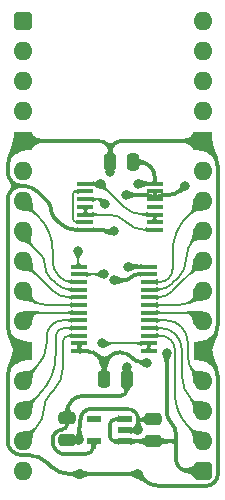
<source format=gtl>
%TF.GenerationSoftware,KiCad,Pcbnew,9.0.5*%
%TF.CreationDate,2025-10-11T10:06:00+02:00*%
%TF.ProjectId,Graphics Main Data,47726170-6869-4637-9320-4d61696e2044,V0*%
%TF.SameCoordinates,Original*%
%TF.FileFunction,Copper,L1,Top*%
%TF.FilePolarity,Positive*%
%FSLAX46Y46*%
G04 Gerber Fmt 4.6, Leading zero omitted, Abs format (unit mm)*
G04 Created by KiCad (PCBNEW 9.0.5) date 2025-10-11 10:06:00*
%MOMM*%
%LPD*%
G01*
G04 APERTURE LIST*
G04 Aperture macros list*
%AMRoundRect*
0 Rectangle with rounded corners*
0 $1 Rounding radius*
0 $2 $3 $4 $5 $6 $7 $8 $9 X,Y pos of 4 corners*
0 Add a 4 corners polygon primitive as box body*
4,1,4,$2,$3,$4,$5,$6,$7,$8,$9,$2,$3,0*
0 Add four circle primitives for the rounded corners*
1,1,$1+$1,$2,$3*
1,1,$1+$1,$4,$5*
1,1,$1+$1,$6,$7*
1,1,$1+$1,$8,$9*
0 Add four rect primitives between the rounded corners*
20,1,$1+$1,$2,$3,$4,$5,0*
20,1,$1+$1,$4,$5,$6,$7,0*
20,1,$1+$1,$6,$7,$8,$9,0*
20,1,$1+$1,$8,$9,$2,$3,0*%
G04 Aperture macros list end*
%TA.AperFunction,ComponentPad*%
%ADD10O,1.600000X1.600000*%
%TD*%
%TA.AperFunction,ComponentPad*%
%ADD11R,1.600000X1.600000*%
%TD*%
%TA.AperFunction,ComponentPad*%
%ADD12RoundRect,0.400000X-0.400000X-0.400000X0.400000X-0.400000X0.400000X0.400000X-0.400000X0.400000X0*%
%TD*%
%TA.AperFunction,SMDPad,CuDef*%
%ADD13R,1.475000X0.450000*%
%TD*%
%TA.AperFunction,SMDPad,CuDef*%
%ADD14RoundRect,0.250000X0.475000X-0.250000X0.475000X0.250000X-0.475000X0.250000X-0.475000X-0.250000X0*%
%TD*%
%TA.AperFunction,SMDPad,CuDef*%
%ADD15RoundRect,0.250000X-0.475000X0.250000X-0.475000X-0.250000X0.475000X-0.250000X0.475000X0.250000X0*%
%TD*%
%TA.AperFunction,SMDPad,CuDef*%
%ADD16R,1.150000X0.600000*%
%TD*%
%TA.AperFunction,SMDPad,CuDef*%
%ADD17RoundRect,0.250000X0.250000X0.475000X-0.250000X0.475000X-0.250000X-0.475000X0.250000X-0.475000X0*%
%TD*%
%TA.AperFunction,ViaPad*%
%ADD18C,0.800000*%
%TD*%
%TA.AperFunction,Conductor*%
%ADD19C,0.380000*%
%TD*%
%TA.AperFunction,Conductor*%
%ADD20C,0.200000*%
%TD*%
G04 APERTURE END LIST*
D10*
%TO.P,J5,32*%
%TO.N,unconnected-(J5-Pad32)*%
X15240000Y0D03*
%TO.P,J5,31*%
%TO.N,unconnected-(J5-Pad31)*%
X15240000Y-2540000D03*
%TO.P,J5,30*%
%TO.N,unconnected-(J5-Pad30)*%
X15240000Y-5080000D03*
%TO.P,J5,29*%
%TO.N,unconnected-(J5-Pad29)*%
X15240000Y-7620000D03*
D11*
%TO.P,J5,28*%
%TO.N,GND*%
X15240000Y-10160000D03*
D10*
%TO.P,J5,27*%
%TO.N,unconnected-(J5-Pad27)*%
X15240000Y-12700000D03*
%TO.P,J5,26*%
%TO.N,MD7*%
X15240000Y-15240000D03*
%TO.P,J5,25*%
%TO.N,MD6*%
X15240000Y-17780000D03*
%TO.P,J5,24*%
%TO.N,MD5*%
X15240000Y-20320000D03*
%TO.P,J5,23*%
%TO.N,MD4*%
X15240000Y-22860000D03*
%TO.P,J5,22*%
%TO.N,MD3*%
X15240000Y-25400000D03*
D11*
%TO.P,J5,21*%
%TO.N,GND*%
X15240000Y-27940000D03*
D10*
%TO.P,J5,20*%
%TO.N,MD2*%
X15240000Y-30480000D03*
%TO.P,J5,19*%
%TO.N,MD1*%
X15240000Y-33020000D03*
%TO.P,J5,18*%
%TO.N,MD0*%
X15240000Y-35560000D03*
D12*
%TO.P,J5,17*%
%TO.N,5V*%
X15240000Y-38100000D03*
D10*
%TO.P,J5,16*%
%TO.N,unconnected-(J5-Pad16)*%
X0Y-38100000D03*
%TO.P,J5,15*%
%TO.N,D0*%
X0Y-35560000D03*
%TO.P,J5,14*%
%TO.N,D1*%
X0Y-33020000D03*
%TO.P,J5,13*%
%TO.N,D2*%
X0Y-30480000D03*
D11*
%TO.P,J5,12*%
%TO.N,GND*%
X0Y-27940000D03*
D10*
%TO.P,J5,11*%
%TO.N,D3*%
X0Y-25400000D03*
%TO.P,J5,10*%
%TO.N,D4*%
X0Y-22860000D03*
%TO.P,J5,9*%
%TO.N,D5*%
X0Y-20320000D03*
%TO.P,J5,8*%
%TO.N,D6*%
X0Y-17780000D03*
%TO.P,J5,7*%
%TO.N,D7*%
X0Y-15240000D03*
%TO.P,J5,6*%
%TO.N,~{Main Write}*%
X0Y-12700000D03*
D11*
%TO.P,J5,5*%
%TO.N,GND*%
X0Y-10160000D03*
D10*
%TO.P,J5,4*%
%TO.N,~{Main Read}*%
X0Y-7620000D03*
%TO.P,J5,3*%
%TO.N,unconnected-(J5-Pad3)*%
X0Y-5080000D03*
%TO.P,J5,2*%
%TO.N,unconnected-(J5-Pad2)*%
X0Y-2540000D03*
D12*
%TO.P,J5,1*%
%TO.N,5V*%
X0Y0D03*
%TD*%
D13*
%TO.P,IC4,14,3V*%
%TO.N,/3.3V*%
X11193000Y-13798000D03*
%TO.P,IC4,13,4B*%
%TO.N,GND*%
X11193000Y-14448000D03*
%TO.P,IC4,12,4A*%
X11193000Y-15098000D03*
%TO.P,IC4,11,4Y*%
%TO.N,unconnected-(IC4-4Y-Pad11)*%
X11193000Y-15748000D03*
%TO.P,IC4,10,3B*%
%TO.N,~{Main Read}*%
X11193000Y-16398000D03*
%TO.P,IC4,9,3A*%
X11193000Y-17048000D03*
%TO.P,IC4,8,3Y*%
%TO.N,/~{Read}_{2}*%
X11193000Y-17698000D03*
%TO.P,IC4,7,GND*%
%TO.N,GND*%
X5317000Y-17698000D03*
%TO.P,IC4,6,2Y*%
%TO.N,/~{Read}_{3}*%
X5317000Y-17048000D03*
%TO.P,IC4,5,2B*%
%TO.N,/~{Read}_{2}*%
X5317000Y-16398000D03*
%TO.P,IC4,4,2A*%
X5317000Y-15748000D03*
%TO.P,IC4,3,1Y*%
%TO.N,/~{Read}_{4}*%
X5317000Y-15098000D03*
%TO.P,IC4,2,1B*%
%TO.N,/~{Read}_{3}*%
X5317000Y-14448000D03*
%TO.P,IC4,1,1A*%
%TO.N,~{Main Read}*%
X5317000Y-13798000D03*
%TD*%
D14*
%TO.P,C8,2*%
%TO.N,GND*%
X11049000Y-33705000D03*
%TO.P,C8,1*%
%TO.N,5V*%
X11049000Y-35605000D03*
%TD*%
D13*
%TO.P,IC3,24,3V*%
%TO.N,/3.3V*%
X10685000Y-20809000D03*
%TO.P,IC3,23,~{CEBA}*%
%TO.N,GND*%
X10685000Y-21459000D03*
%TO.P,IC3,22,B1*%
%TO.N,MD7*%
X10685000Y-22109000D03*
%TO.P,IC3,21,B2*%
%TO.N,MD6*%
X10685000Y-22759000D03*
%TO.P,IC3,20,B3*%
%TO.N,MD5*%
X10685000Y-23409000D03*
%TO.P,IC3,19,B4*%
%TO.N,MD4*%
X10685000Y-24059000D03*
%TO.P,IC3,18,B5*%
%TO.N,MD3*%
X10685000Y-24709000D03*
%TO.P,IC3,17,B6*%
%TO.N,MD2*%
X10685000Y-25359000D03*
%TO.P,IC3,16,B7*%
%TO.N,MD1*%
X10685000Y-26009000D03*
%TO.P,IC3,15,B8*%
%TO.N,MD0*%
X10685000Y-26659000D03*
%TO.P,IC3,14,~{LEA}*%
%TO.N,~{Main Write}*%
X10685000Y-27309000D03*
%TO.P,IC3,13,~{OEB}*%
X10685000Y-27959000D03*
%TO.P,IC3,12,GND*%
%TO.N,GND*%
X4809000Y-27959000D03*
%TO.P,IC3,11,~{CEAB}*%
X4809000Y-27309000D03*
%TO.P,IC3,10,A8*%
%TO.N,D0*%
X4809000Y-26659000D03*
%TO.P,IC3,9,A7*%
%TO.N,D1*%
X4809000Y-26009000D03*
%TO.P,IC3,8,A6*%
%TO.N,D2*%
X4809000Y-25359000D03*
%TO.P,IC3,7,A5*%
%TO.N,D3*%
X4809000Y-24709000D03*
%TO.P,IC3,6,A4*%
%TO.N,D4*%
X4809000Y-24059000D03*
%TO.P,IC3,5,A3*%
%TO.N,D5*%
X4809000Y-23409000D03*
%TO.P,IC3,4,A2*%
%TO.N,D6*%
X4809000Y-22759000D03*
%TO.P,IC3,3,A1*%
%TO.N,D7*%
X4809000Y-22109000D03*
%TO.P,IC3,2,~{OEA}*%
%TO.N,/~{Read}_{4}*%
X4809000Y-21459000D03*
%TO.P,IC3,1,~{LEB}*%
%TO.N,~{Main Read}*%
X4809000Y-20809000D03*
%TD*%
D15*
%TO.P,C9,2*%
%TO.N,GND*%
X3784600Y-35495000D03*
%TO.P,C9,1*%
%TO.N,/3.3V*%
X3784600Y-33595000D03*
%TD*%
D16*
%TO.P,IC5,5,3.3VOut*%
%TO.N,/3.3V*%
X6040600Y-35606000D03*
%TO.P,IC5,4,ADJ*%
%TO.N,unconnected-(IC5-ADJ-Pad4)*%
X6040600Y-33706000D03*
%TO.P,IC5,3,EN*%
%TO.N,5V*%
X8640600Y-33706000D03*
%TO.P,IC5,2,GND*%
%TO.N,GND*%
X8640600Y-34656000D03*
%TO.P,IC5,1,6VIn*%
%TO.N,5V*%
X8640600Y-35606000D03*
%TD*%
D17*
%TO.P,C3,2*%
%TO.N,GND*%
X6908000Y-30353000D03*
%TO.P,C3,1*%
%TO.N,/3.3V*%
X8808000Y-30353000D03*
%TD*%
%TO.P,C1,2*%
%TO.N,GND*%
X7416000Y-11938000D03*
%TO.P,C1,1*%
%TO.N,/3.3V*%
X9316000Y-11938000D03*
%TD*%
D18*
%TO.N,~{Main Write}*%
X6731000Y-27305000D03*
%TO.N,GND*%
X7747000Y-21971000D03*
X6908001Y-28879001D03*
X8763000Y-14732000D03*
X9779000Y-34656000D03*
X4814001Y-35494997D03*
X4826000Y-38364400D03*
X10541000Y-28956000D03*
X13716000Y-13970000D03*
X9779000Y-38364400D03*
X7747000Y-17780000D03*
X7420188Y-12802199D03*
%TO.N,5V*%
X12192000Y-28116000D03*
%TO.N,/3.3V*%
X8889997Y-20828000D03*
X9779000Y-13798000D03*
X8808000Y-29337000D03*
%TO.N,~{Main Read}*%
X4681998Y-19447996D03*
X6604000Y-13798000D03*
%TO.N,/~{Read}_{4}*%
X6858000Y-21463000D03*
X6985000Y-15494000D03*
%TD*%
D19*
%TO.N,/3.3V*%
X10810808Y-12334808D02*
G75*
G02*
X11192995Y-13257500I-922708J-922692D01*
G01*
X2857500Y-36395900D02*
G75*
G03*
X3624012Y-36713395I766500J766500D01*
G01*
X5128775Y-31750000D02*
G75*
G03*
X4178296Y-32143696I-5J-1344180D01*
G01*
X3645000Y-34465400D02*
G75*
G02*
X3307975Y-34604990I-337000J337000D01*
G01*
X3271488Y-34605000D02*
G75*
G03*
X2872184Y-34770409I12J-564700D01*
G01*
X2788788Y-34853788D02*
G75*
G03*
X2540006Y-35454415I600612J-600612D01*
G01*
X8808000Y-31239575D02*
G75*
G02*
X8658507Y-31600507I-510400J-25D01*
G01*
X6040600Y-35940763D02*
G75*
G02*
X5814301Y-36487101I-772650J3D01*
G01*
X5814300Y-36487100D02*
G75*
G02*
X5267963Y-36713385I-546300J546300D01*
G01*
X8922432Y-20809000D02*
G75*
G03*
X8899488Y-20818491I-32J-32400D01*
G01*
X8658500Y-31600500D02*
G75*
G02*
X8297575Y-31749990I-360900J360900D01*
G01*
X2540000Y-35629387D02*
G75*
G03*
X2857499Y-36395901I1084010J-3D01*
G01*
X10802201Y-12326201D02*
G75*
G03*
X9865000Y-11937999I-937201J-937199D01*
G01*
X3784600Y-34128375D02*
G75*
G02*
X3644998Y-34465398I-476630J5D01*
G01*
X4158518Y-32163481D02*
G75*
G03*
X3784589Y-33066200I902682J-902719D01*
G01*
%TO.N,5V*%
X12341500Y-35607900D02*
G75*
G03*
X12348501Y-35610799I7000J7000D01*
G01*
X12593500Y-34056500D02*
G75*
G02*
X12994997Y-35025806I-969300J-969300D01*
G01*
X12192000Y-33087193D02*
G75*
G03*
X12593498Y-34056502I1370800J-7D01*
G01*
X12669700Y-35610800D02*
G75*
G03*
X12995000Y-35285500I0J325300D01*
G01*
X12995000Y-35936100D02*
G75*
G03*
X12669700Y-35610800I-325300J0D01*
G01*
X7911591Y-33706000D02*
G75*
G03*
X7525803Y-33865803I9J-545600D01*
G01*
X12341500Y-35607900D02*
G75*
G03*
X12334498Y-35605001I-7000J-7000D01*
G01*
X7525800Y-33865800D02*
G75*
G03*
X7365996Y-34251591I385800J-385800D01*
G01*
X7510800Y-35461200D02*
G75*
G03*
X7860378Y-35606009I349600J349600D01*
G01*
X13269500Y-37825500D02*
G75*
G03*
X13932201Y-38099999I662700J662700D01*
G01*
X7366000Y-35111621D02*
G75*
G03*
X7510806Y-35461194I494400J21D01*
G01*
X12995000Y-37162798D02*
G75*
G03*
X13269500Y-37825500I937200J-2D01*
G01*
X12995000Y-35285500D02*
X12995000Y-35936100D01*
%TO.N,GND*%
X11817801Y-14732000D02*
G75*
G03*
X11376000Y-14915000I-1J-624800D01*
G01*
X898025Y-10160000D02*
G75*
G03*
X-634999Y-10795000I-1J-2168019D01*
G01*
X15875000Y-10795000D02*
G75*
G02*
X16509989Y-12328025I-1533000J-1533000D01*
G01*
X2162420Y-37468420D02*
G75*
G03*
X428000Y-36750000I-1734420J-1734420D01*
G01*
X8263969Y-28067000D02*
G75*
G03*
X7335385Y-28451670I31J-1313200D01*
G01*
X-921457Y-14318542D02*
G75*
G03*
X-921457Y-13621457I-348543J348542D01*
G01*
X-80001Y-13970000D02*
G75*
G03*
X-921457Y-14318542I1J-1190001D01*
G01*
X-921457Y-13621457D02*
G75*
G03*
X-80001Y-13970000I841460J841465D01*
G01*
X16471458Y-38721282D02*
G75*
G02*
X16327612Y-38970415I-536858J143882D01*
G01*
X5841998Y-32844000D02*
G75*
G03*
X5175623Y-33120023I2J-942400D01*
G01*
X9982670Y-33792400D02*
G75*
G03*
X9779000Y-33996070I30J-203700D01*
G01*
X9779000Y-33588730D02*
G75*
G03*
X9982670Y-33792400I203700J30D01*
G01*
X-1270000Y-12780001D02*
G75*
G03*
X-921457Y-13621457I1190008J4D01*
G01*
X8414657Y-10160000D02*
G75*
G03*
X7708512Y-10452512I43J-998700D01*
G01*
X9190937Y-21715000D02*
G75*
G02*
X8572898Y-21971010I-618037J618000D01*
G01*
X-1270000Y-25771974D02*
G75*
G03*
X-634998Y-27304999I2168030J4D01*
G01*
X7416000Y-11158657D02*
G75*
G03*
X7123499Y-10452501I-998660J-3D01*
G01*
X7708500Y-10452500D02*
G75*
G03*
X7415982Y-11158657I706200J-706200D01*
G01*
X7123500Y-10452500D02*
G75*
G03*
X7708500Y-10452500I292500J292502D01*
G01*
X2413000Y-16002000D02*
G75*
G03*
X2682410Y-16652404I919800J0D01*
G01*
X6404839Y-28375839D02*
G75*
G03*
X5398500Y-27959006I-1006339J-1006361D01*
G01*
X9192580Y-28451643D02*
G75*
G03*
X8263969Y-28067035I-928580J-928657D01*
G01*
X6901122Y-17739000D02*
G75*
G03*
X7000104Y-17779992I98978J99000D01*
G01*
X-634999Y-28575000D02*
G75*
G03*
X-1270001Y-30108025I1533029J-1533030D01*
G01*
X15875000Y-27305000D02*
G75*
G03*
X15875000Y-28575000I635000J-635000D01*
G01*
X-1270000Y-35585753D02*
G75*
G03*
X-929000Y-36409000I1164259J5D01*
G01*
X10502500Y-28917500D02*
G75*
G03*
X10409554Y-28879020I-92900J-92900D01*
G01*
X-634999Y-10795000D02*
G75*
G03*
X-1270001Y-12328025I1533029J-1533030D01*
G01*
X2143592Y-15351592D02*
G75*
G02*
X2413005Y-16002000I-650392J-650408D01*
G01*
X6901122Y-17739000D02*
G75*
G03*
X6802139Y-17697977I-99022J-99000D01*
G01*
X11010000Y-14915000D02*
G75*
G03*
X10568198Y-14732000I-441800J-441800D01*
G01*
X13335000Y-14351000D02*
G75*
G02*
X12415184Y-14731994I-919800J919800D01*
G01*
X4856800Y-34343199D02*
G75*
G03*
X4814011Y-34446526I103300J-103301D01*
G01*
X9634983Y-33241043D02*
G75*
G02*
X9778980Y-33588730I-347683J-347657D01*
G01*
X4899600Y-34239872D02*
G75*
G02*
X4856809Y-34343208I-146100J-28D01*
G01*
X7123500Y-10452500D02*
G75*
G03*
X6417342Y-10159982I-706200J-706200D01*
G01*
X9508470Y-33114530D02*
G75*
G03*
X8855352Y-32844020I-653070J-653070D01*
G01*
X-921457Y-14318542D02*
G75*
G03*
X-1270000Y-15159998I841460J-841458D01*
G01*
X9321516Y-28580579D02*
G75*
G03*
X10041969Y-28879015I720484J720479D01*
G01*
X5175622Y-33120022D02*
G75*
G03*
X4899599Y-33786398I666378J-666378D01*
G01*
X10281800Y-38867200D02*
G75*
G03*
X11495666Y-39370014I1213900J1213900D01*
G01*
X16510000Y-38428527D02*
G75*
G02*
X16471451Y-38721280I-1131100J27D01*
G01*
X1233963Y-14441963D02*
G75*
G03*
X94542Y-13970000I-1139420J-1139422D01*
G01*
X2433459Y-37739459D02*
G75*
G03*
X3942200Y-38364401I1508741J1508739D01*
G01*
X-929000Y-36409000D02*
G75*
G03*
X-105753Y-36750000I823252J823259D01*
G01*
X3166203Y-17136203D02*
G75*
G03*
X4522500Y-17697998I1356297J1356303D01*
G01*
X15875000Y-28575000D02*
G75*
G02*
X16509989Y-30108025I-1533000J-1533000D01*
G01*
X16180477Y-39117561D02*
G75*
G02*
X15571035Y-39370019I-609477J609461D01*
G01*
X9808975Y-21459000D02*
G75*
G03*
X9190957Y-21715020I25J-874000D01*
G01*
X16510000Y-25771974D02*
G75*
G02*
X15875001Y-27305001I-2168040J4D01*
G01*
X9779000Y-33996070D02*
X9779000Y-33588730D01*
D20*
%TO.N,/~{Read}_{4}*%
X6890602Y-15521648D02*
G75*
G03*
X6937836Y-15541235I27698J48D01*
G01*
X6856000Y-21461000D02*
G75*
G03*
X6851171Y-21459012I-4800J-4800D01*
G01*
X6823852Y-15332852D02*
G75*
G02*
X6890601Y-15494000I-161152J-161148D01*
G01*
X6739801Y-15248801D02*
G75*
G03*
X6375735Y-15097985I-364101J-364099D01*
G01*
%TO.N,/~{Read}_{2}*%
X8824281Y-17079281D02*
G75*
G03*
X10318000Y-17698011I1493719J1493681D01*
G01*
X8793000Y-17048000D02*
G75*
G03*
X7223761Y-16397997I-1569240J-1569230D01*
G01*
%TO.N,/~{Read}_{3}*%
X4363225Y-16964275D02*
G75*
G03*
X4565355Y-17048019I202175J202175D01*
G01*
X4450210Y-14448000D02*
G75*
G03*
X4329497Y-14497997I-10J-170700D01*
G01*
X4279500Y-16762144D02*
G75*
G03*
X4363224Y-16964276I285850J-6D01*
G01*
X4329500Y-14498000D02*
G75*
G03*
X4279504Y-14618710I120700J-120700D01*
G01*
%TO.N,~{Main Read}*%
X4682000Y-20592197D02*
G75*
G03*
X4745499Y-20745501I216800J-3D01*
G01*
X8500782Y-15694782D02*
G75*
G03*
X10198500Y-16398010I1697718J1697682D01*
G01*
%TO.N,~{Main Write}*%
X6733000Y-27307000D02*
G75*
G03*
X6737828Y-27308988I4800J4800D01*
G01*
%TO.N,D1*%
X3488792Y-26009000D02*
G75*
G03*
X2997502Y-26212502I8J-694800D01*
G01*
X2997500Y-26212500D02*
G75*
G03*
X2793997Y-26703792I491300J-491300D01*
G01*
X2794000Y-28321000D02*
G75*
G02*
X1446961Y-31573038I-4599087J5D01*
G01*
%TO.N,D5*%
X2480888Y-22800888D02*
G75*
G03*
X3949000Y-23408998I1468112J1468118D01*
G01*
%TO.N,MD5*%
X12669309Y-22890690D02*
G75*
G02*
X11418000Y-23409005I-1251309J1251290D01*
G01*
%TO.N,MD3*%
X14894500Y-25054500D02*
G75*
G03*
X14060389Y-24709004I-834100J-834100D01*
G01*
%TO.N,D7*%
X3127886Y-21669886D02*
G75*
G03*
X4188000Y-22108996I1060114J1060126D01*
G01*
X1372566Y-16612566D02*
G75*
G02*
X2540000Y-19431000I-2818439J-2818437D01*
G01*
X2540000Y-20355801D02*
G75*
G03*
X3053500Y-21595500I1753200J1D01*
G01*
%TO.N,MD4*%
X14640500Y-23459500D02*
G75*
G02*
X13193178Y-24058991I-1447300J1447300D01*
G01*
%TO.N,MD2*%
X13970000Y-28311974D02*
G75*
G03*
X14605001Y-29844999I2168030J4D01*
G01*
X13441500Y-25887500D02*
G75*
G03*
X12165588Y-25359005I-1275900J-1275900D01*
G01*
X13441500Y-25887500D02*
G75*
G02*
X13969995Y-27163411I-1275900J-1275900D01*
G01*
%TO.N,D6*%
X1479498Y-19706998D02*
G75*
G02*
X1904998Y-20734250I-1027258J-1027252D01*
G01*
X2804387Y-22235387D02*
G75*
G03*
X4068500Y-22758999I1264113J1264117D01*
G01*
X1905000Y-20734250D02*
G75*
G03*
X2330502Y-21761500I1452750J0D01*
G01*
%TO.N,MD0*%
X12892000Y-31551713D02*
G75*
G03*
X14065998Y-34386002I4008280J-7D01*
G01*
X12536500Y-27014500D02*
G75*
G02*
X12892019Y-27872752I-858300J-858300D01*
G01*
X12536500Y-27014500D02*
G75*
G03*
X11678247Y-26658951I-858300J-858200D01*
G01*
%TO.N,MD6*%
X12689612Y-22235387D02*
G75*
G02*
X11425500Y-22759007I-1264112J1264087D01*
G01*
X13843000Y-20129500D02*
G75*
G02*
X13169473Y-21755512I-2299500J0D01*
G01*
X14516519Y-18503480D02*
G75*
G03*
X13842988Y-20129500I1625981J-1626020D01*
G01*
%TO.N,D4*%
X599500Y-23459500D02*
G75*
G03*
X2046821Y-24059000I1447320J1447320D01*
G01*
%TO.N,MD7*%
X12700000Y-21006209D02*
G75*
G02*
X12376997Y-21785997I-1102800J9D01*
G01*
X12377000Y-21786000D02*
G75*
G02*
X11597209Y-22109004I-779800J779800D01*
G01*
X13970000Y-16510000D02*
G75*
G03*
X12700001Y-19576051I3066050J-3066050D01*
G01*
%TO.N,D3*%
X1179610Y-24709000D02*
G75*
G03*
X345502Y-25054502I0J-1179600D01*
G01*
%TO.N,MD1*%
X12941000Y-26530000D02*
G75*
G02*
X13461998Y-27787805I-1257800J-1257800D01*
G01*
X12941000Y-26530000D02*
G75*
G03*
X11683194Y-26009002I-1257800J-1257800D01*
G01*
X13462000Y-29984764D02*
G75*
G03*
X14350998Y-32131002I3035230J-6D01*
G01*
%TO.N,D0*%
X3429000Y-29312566D02*
G75*
G02*
X2603499Y-31305499I-2818437J3D01*
G01*
X3561500Y-26791500D02*
G75*
G03*
X3428993Y-27111383I319900J-319900D01*
G01*
X1778000Y-32956500D02*
G75*
G02*
X1194283Y-34365716I-1992942J5D01*
G01*
X3881383Y-26659000D02*
G75*
G03*
X3561505Y-26791505I17J-452400D01*
G01*
X2361716Y-31547283D02*
G75*
G03*
X1777995Y-32956500I1409204J-1409217D01*
G01*
%TO.N,D2*%
X3402806Y-25359000D02*
G75*
G03*
X2433498Y-25760498I-6J-1370800D01*
G01*
X2433500Y-25760500D02*
G75*
G03*
X2032003Y-26729806I969300J-969300D01*
G01*
X2032000Y-27305000D02*
G75*
G02*
X1223776Y-29256223I-2759450J3D01*
G01*
D19*
%TO.N,5V*%
X12334498Y-35605000D02*
X11049000Y-35605000D01*
X12348501Y-35610800D02*
X12669700Y-35610800D01*
X12995000Y-35025806D02*
X12995000Y-35285500D01*
X12995000Y-35936100D02*
X12995000Y-37162798D01*
X12192000Y-33087193D02*
X12192000Y-28116000D01*
X8640600Y-35606000D02*
X11048000Y-35606000D01*
X13932201Y-38100000D02*
X15240000Y-38100000D01*
D20*
%TO.N,MD0*%
X14066000Y-34386000D02*
X15240000Y-35560000D01*
X11678247Y-26659000D02*
X10685000Y-26659000D01*
X12892000Y-31551713D02*
X12892000Y-27872752D01*
D19*
%TO.N,/3.3V*%
X3784600Y-33595000D02*
X3784600Y-33066200D01*
X4178299Y-32143699D02*
X4158518Y-32163481D01*
X5128775Y-31750000D02*
X8297575Y-31750000D01*
X8808000Y-31239575D02*
X8808000Y-30353000D01*
X8808000Y-29337000D02*
X8808000Y-30353000D01*
%TO.N,GND*%
X6908001Y-28879001D02*
X7335358Y-28451643D01*
X9192580Y-28451643D02*
X9321516Y-28580579D01*
X10409554Y-28879001D02*
X10041969Y-28879001D01*
X10502500Y-28917500D02*
X10541000Y-28956000D01*
X6908001Y-28879001D02*
X6404839Y-28375839D01*
X5398500Y-27959000D02*
X4809000Y-27959000D01*
X6908001Y-28879001D02*
X6908000Y-30353000D01*
X4899600Y-34239872D02*
X4899600Y-33786398D01*
X4814001Y-35494997D02*
X4814001Y-34446526D01*
X5841998Y-32844000D02*
X8855352Y-32844000D01*
X9634983Y-33241043D02*
X9508470Y-33114530D01*
X9779000Y-38364400D02*
X10281800Y-38867200D01*
X16327617Y-38970420D02*
X16180477Y-39117561D01*
X16510000Y-38428527D02*
X16510000Y-30108025D01*
X11495666Y-39370000D02*
X15571035Y-39370000D01*
X2162420Y-37468420D02*
X2433459Y-37739459D01*
X428000Y-36750000D02*
X-105753Y-36750000D01*
X4826000Y-38364400D02*
X3942200Y-38364400D01*
X-1270000Y-30108025D02*
X-1270000Y-35585753D01*
X-634999Y-28575000D02*
X0Y-27940000D01*
X9808975Y-21459000D02*
X10685000Y-21459000D01*
%TO.N,/3.3V*%
X8889997Y-20828000D02*
X8899497Y-20818500D01*
X8922432Y-20809000D02*
X10685000Y-20809000D01*
%TO.N,GND*%
X8572898Y-21971000D02*
X7747000Y-21971000D01*
D20*
%TO.N,/~{Read}_{4}*%
X6858000Y-21463000D02*
X6856000Y-21461000D01*
X6851171Y-21459000D02*
X4809000Y-21459000D01*
%TO.N,MD7*%
X12700000Y-21006209D02*
X12700000Y-19576051D01*
X13970000Y-16510000D02*
X15240000Y-15240000D01*
X11597209Y-22109000D02*
X10685000Y-22109000D01*
%TO.N,MD6*%
X12689612Y-22235387D02*
X13169480Y-21755519D01*
X11425500Y-22759000D02*
X10685000Y-22759000D01*
X14516519Y-18503480D02*
X15240000Y-17780000D01*
%TO.N,MD5*%
X12669309Y-22890690D02*
X15240000Y-20320000D01*
X11418000Y-23409000D02*
X10685000Y-23409000D01*
%TO.N,MD4*%
X14640500Y-23459500D02*
X15240000Y-22860000D01*
X13193178Y-24059000D02*
X10685000Y-24059000D01*
%TO.N,MD3*%
X14894500Y-25054500D02*
X15240000Y-25400000D01*
X14060389Y-24709000D02*
X10685000Y-24709000D01*
%TO.N,MD2*%
X12165588Y-25359000D02*
X10685000Y-25359000D01*
%TO.N,MD1*%
X13462000Y-27787805D02*
X13462000Y-29984764D01*
X11683194Y-26009000D02*
X10685000Y-26009000D01*
X14351000Y-32131000D02*
X15240000Y-33020000D01*
%TO.N,~{Main Write}*%
X10685000Y-27309000D02*
X6737828Y-27309000D01*
X6731000Y-27305000D02*
X6733000Y-27307000D01*
%TO.N,D2*%
X2032000Y-26729806D02*
X2032000Y-27305000D01*
X3402806Y-25359000D02*
X4809000Y-25359000D01*
X1223776Y-29256223D02*
X0Y-30480000D01*
%TO.N,D1*%
X3488792Y-26009000D02*
X4809000Y-26009000D01*
X2794000Y-26703792D02*
X2794000Y-28321000D01*
X1446961Y-31573038D02*
X0Y-33020000D01*
%TO.N,D7*%
X1372566Y-16612566D02*
X0Y-15240000D01*
X2540000Y-19431000D02*
X2540000Y-20355801D01*
X3127886Y-21669886D02*
X3053500Y-21595500D01*
X4188000Y-22109000D02*
X4809000Y-22109000D01*
%TO.N,D4*%
X2046821Y-24059000D02*
X4809000Y-24059000D01*
X599500Y-23459500D02*
X0Y-22860000D01*
%TO.N,D6*%
X1479498Y-19706998D02*
X0Y-18227500D01*
X2804387Y-22235387D02*
X2330501Y-21761501D01*
X4068500Y-22759000D02*
X4809000Y-22759000D01*
%TO.N,D5*%
X3949000Y-23409000D02*
X4809000Y-23409000D01*
X2480888Y-22800888D02*
X0Y-20320000D01*
%TO.N,D3*%
X1179610Y-24709000D02*
X4809000Y-24709000D01*
X345500Y-25054500D02*
X0Y-25400000D01*
%TO.N,D0*%
X3429000Y-29312566D02*
X3429000Y-27111383D01*
X3881383Y-26659000D02*
X4809000Y-26659000D01*
X1194283Y-34365716D02*
X0Y-35560000D01*
X2603499Y-31305499D02*
X2361716Y-31547283D01*
%TO.N,MD2*%
X13970000Y-28311974D02*
X13970000Y-27163411D01*
X14605000Y-29845000D02*
X15240000Y-30480000D01*
%TO.N,~{Main Read}*%
X4745500Y-20745500D02*
X4809000Y-20809000D01*
X4682000Y-19447998D02*
X4681998Y-19447996D01*
X4682000Y-19447998D02*
X4682000Y-20592197D01*
%TO.N,~{Main Write}*%
X10685000Y-27309000D02*
X10685000Y-27959000D01*
%TO.N,~{Main Read}*%
X6604000Y-13798000D02*
X8500782Y-15694782D01*
X11193000Y-16398000D02*
X10198500Y-16398000D01*
X6604000Y-13798000D02*
X5317000Y-13798000D01*
D19*
%TO.N,GND*%
X5317000Y-17698000D02*
X6802139Y-17698000D01*
X7747000Y-17780000D02*
X7000104Y-17780000D01*
D20*
%TO.N,/~{Read}_{2}*%
X10318000Y-17698000D02*
X11193000Y-17698000D01*
X7223761Y-16398000D02*
X5317000Y-16398000D01*
X8824281Y-17079281D02*
X8793000Y-17048000D01*
%TO.N,/~{Read}_{4}*%
X6890602Y-15521648D02*
X6890602Y-15494000D01*
X6823852Y-15332852D02*
X6739801Y-15248801D01*
X6375735Y-15098000D02*
X5317000Y-15098000D01*
X6937801Y-15541199D02*
X6985000Y-15494000D01*
D19*
%TO.N,GND*%
X2682407Y-16652407D02*
X3166203Y-17136203D01*
X-80001Y-13970000D02*
X94542Y-13970000D01*
X2143592Y-15351592D02*
X1233963Y-14441963D01*
X5317000Y-17698000D02*
X4522500Y-17698000D01*
X898025Y-10160000D02*
X6417342Y-10160000D01*
X8414657Y-10160000D02*
X15240000Y-10160000D01*
X7416000Y-11158657D02*
X7416000Y-11938000D01*
%TO.N,/3.3V*%
X11193000Y-13257500D02*
X11193000Y-13798000D01*
X10810808Y-12334808D02*
X10802201Y-12326201D01*
X9865000Y-11938000D02*
X9316000Y-11938000D01*
%TO.N,GND*%
X11010000Y-14915000D02*
X11193000Y-15098000D01*
X10568198Y-14732000D02*
X8763000Y-14732000D01*
%TO.N,/3.3V*%
X9779000Y-13798000D02*
X11193000Y-13798000D01*
%TO.N,GND*%
X11376000Y-14915000D02*
X11193000Y-15098000D01*
X11817801Y-14732000D02*
X12415184Y-14732000D01*
X13335000Y-14351000D02*
X13716000Y-13970000D01*
X-1270000Y-25771974D02*
X-1270000Y-15159998D01*
X4813998Y-35495000D02*
X3784600Y-35495000D01*
X9982670Y-33792400D02*
X10972000Y-33792400D01*
X-1270000Y-12780001D02*
X-1270000Y-12328025D01*
X4813998Y-35495000D02*
X4814001Y-35494997D01*
X15875000Y-10795000D02*
X15240000Y-10160000D01*
X11193000Y-15098000D02*
X11193000Y-14448000D01*
X16510000Y-12328025D02*
X16510000Y-25771974D01*
X9779000Y-34656000D02*
X9779000Y-33996070D01*
X9779000Y-38364400D02*
X4826000Y-38364400D01*
X-634999Y-27305000D02*
X0Y-27940000D01*
X4809000Y-27959000D02*
X4809000Y-27309000D01*
X9779000Y-34656000D02*
X8640600Y-34656000D01*
%TO.N,5V*%
X8640600Y-35606000D02*
X7860378Y-35606000D01*
X7911591Y-33706000D02*
X8640600Y-33706000D01*
X7366000Y-34251591D02*
X7366000Y-35111621D01*
%TO.N,/3.3V*%
X6040600Y-35940763D02*
X6040600Y-35606000D01*
X3307975Y-34605000D02*
X3271488Y-34605000D01*
X3624012Y-36713400D02*
X5267963Y-36713400D01*
X3784600Y-33595000D02*
X3784600Y-34128375D01*
X2872175Y-34770400D02*
X2788788Y-34853788D01*
X2540000Y-35454415D02*
X2540000Y-35629387D01*
D20*
%TO.N,~{Main Read}*%
X11193000Y-16398000D02*
X11193000Y-17048000D01*
%TO.N,/~{Read}_{3}*%
X4450210Y-14448000D02*
X5317000Y-14448000D01*
X4565355Y-17048000D02*
X5317000Y-17048000D01*
X4279500Y-16762144D02*
X4279500Y-14618710D01*
%TO.N,/~{Read}_{2}*%
X5317000Y-16398000D02*
X5317000Y-15748000D01*
%TD*%
%TA.AperFunction,Conductor*%
%TO.N,GND*%
G36*
X797532Y-9378999D02*
G01*
X800947Y-9386852D01*
X801081Y-9390654D01*
X801082Y-9390656D01*
X811509Y-9458616D01*
X811510Y-9458618D01*
X832126Y-9522461D01*
X866371Y-9589687D01*
X910710Y-9651571D01*
X973459Y-9717295D01*
X1045416Y-9775566D01*
X1045419Y-9775568D01*
X1045423Y-9775571D01*
X1137799Y-9834144D01*
X1235289Y-9882377D01*
X1235290Y-9882377D01*
X1235292Y-9882378D01*
X1340667Y-9922413D01*
X1442343Y-9950390D01*
X1589734Y-9968724D01*
X1597521Y-9973146D01*
X1599990Y-9980335D01*
X1599990Y-10339444D01*
X1596563Y-10347717D01*
X1589490Y-10351082D01*
X1479387Y-10362432D01*
X1283698Y-10418488D01*
X1283695Y-10418489D01*
X1106744Y-10504776D01*
X969608Y-10607082D01*
X874723Y-10717806D01*
X874721Y-10717809D01*
X818868Y-10834850D01*
X818866Y-10834858D01*
X803452Y-10937101D01*
X798830Y-10944771D01*
X790139Y-10946926D01*
X783615Y-10943635D01*
X190321Y-10351082D01*
X7287Y-10168277D01*
X3856Y-10160007D01*
X7278Y-10151732D01*
X7288Y-10151722D01*
X780988Y-9378988D01*
X789261Y-9375567D01*
X797532Y-9378999D01*
G37*
%TD.AperFunction*%
%TD*%
%TA.AperFunction,Conductor*%
%TO.N,GND*%
G36*
X16033737Y-9891079D02*
G01*
X16039657Y-9897798D01*
X16040285Y-9901376D01*
X16041596Y-9975194D01*
X16056196Y-10128822D01*
X16056196Y-10128825D01*
X16083948Y-10289980D01*
X16083951Y-10289995D01*
X16133168Y-10494320D01*
X16195678Y-10701033D01*
X16285199Y-10950583D01*
X16285204Y-10950594D01*
X16382653Y-11187216D01*
X16489380Y-11418234D01*
X16582582Y-11599074D01*
X16583326Y-11607998D01*
X16577542Y-11614834D01*
X16575210Y-11615735D01*
X16230400Y-11708122D01*
X16221522Y-11706953D01*
X16217554Y-11703184D01*
X16157816Y-11611009D01*
X16137734Y-11586788D01*
X16086051Y-11524453D01*
X16086045Y-11524447D01*
X16086041Y-11524442D01*
X16000720Y-11438704D01*
X16000715Y-11438699D01*
X16000714Y-11438698D01*
X16000710Y-11438694D01*
X15902148Y-11354467D01*
X15792608Y-11274249D01*
X15792605Y-11274247D01*
X15792602Y-11274245D01*
X15556159Y-11137041D01*
X15311982Y-11037644D01*
X15311980Y-11037643D01*
X15073768Y-10979012D01*
X14865764Y-10961438D01*
X14857809Y-10957327D01*
X14855091Y-10948795D01*
X14856234Y-10944650D01*
X15237612Y-10163397D01*
X15244317Y-10157469D01*
X16024802Y-9890514D01*
X16033737Y-9891079D01*
G37*
%TD.AperFunction*%
%TD*%
%TA.AperFunction,Conductor*%
%TO.N,GND*%
G36*
X-981410Y-26393057D02*
G01*
X-977443Y-26396824D01*
X-941922Y-26451631D01*
X-920181Y-26485179D01*
X-917724Y-26488969D01*
X-845962Y-26575526D01*
X-760619Y-26661289D01*
X-662058Y-26745521D01*
X-552518Y-26825742D01*
X-316077Y-26962955D01*
X-71911Y-27062356D01*
X162726Y-27120113D01*
X166280Y-27120988D01*
X289017Y-27131358D01*
X374257Y-27138561D01*
X382211Y-27142672D01*
X384929Y-27151204D01*
X383785Y-27155352D01*
X2389Y-27936600D01*
X-4319Y-27942530D01*
X-4330Y-27942534D01*
X-4339Y-27942537D01*
X-784800Y-28209465D01*
X-793737Y-28208900D01*
X-799656Y-28202181D01*
X-800284Y-28198603D01*
X-801599Y-28124524D01*
X-801599Y-28124507D01*
X-816202Y-27970901D01*
X-816206Y-27970872D01*
X-843968Y-27809690D01*
X-893194Y-27605346D01*
X-955707Y-27398630D01*
X-1045214Y-27149131D01*
X-1045219Y-27149117D01*
X-1142651Y-26912545D01*
X-1249317Y-26681671D01*
X-1342469Y-26500939D01*
X-1343213Y-26492015D01*
X-1337429Y-26485179D01*
X-1335101Y-26484279D01*
X-990288Y-26391888D01*
X-981410Y-26393057D01*
G37*
%TD.AperFunction*%
%TD*%
%TA.AperFunction,Conductor*%
%TO.N,GND*%
G36*
X5543492Y-27775354D02*
G01*
X5548851Y-27782529D01*
X5548970Y-27783049D01*
X5551108Y-27793431D01*
X5551109Y-27793433D01*
X5551110Y-27793434D01*
X5563996Y-27809642D01*
X5608923Y-27827135D01*
X5735702Y-27827531D01*
X5809835Y-27827019D01*
X5818130Y-27830389D01*
X5821614Y-27838638D01*
X5821041Y-27842334D01*
X5711810Y-28178519D01*
X5705995Y-28185329D01*
X5698516Y-28186402D01*
X5662092Y-28179538D01*
X5491299Y-28149473D01*
X5253801Y-28127285D01*
X5253795Y-28127285D01*
X5253793Y-28127285D01*
X5184940Y-28130546D01*
X5029045Y-28137930D01*
X5029034Y-28137932D01*
X4822447Y-28181062D01*
X4813648Y-28179398D01*
X4808603Y-28172000D01*
X4808356Y-28169626D01*
X4808062Y-27967803D01*
X4811477Y-27959525D01*
X4816878Y-27956447D01*
X5534632Y-27774070D01*
X5543492Y-27775354D01*
G37*
%TD.AperFunction*%
%TD*%
%TA.AperFunction,Conductor*%
%TO.N,GND*%
G36*
X-785514Y-27670289D02*
G01*
X-4337Y-27937463D01*
X2379Y-27943380D01*
X125166Y-28194895D01*
X383471Y-28724005D01*
X384021Y-28732943D01*
X378090Y-28739652D01*
X373500Y-28740825D01*
X270153Y-28745624D01*
X270146Y-28745624D01*
X270144Y-28745625D01*
X142835Y-28763082D01*
X142826Y-28763084D01*
X17052Y-28791303D01*
X17032Y-28791309D01*
X-115977Y-28832629D01*
X-115994Y-28832635D01*
X-244878Y-28883885D01*
X-374590Y-28946981D01*
X-374599Y-28946986D01*
X-496995Y-29017980D01*
X-610984Y-29095536D01*
X-610988Y-29095539D01*
X-610993Y-29095543D01*
X-714759Y-29177869D01*
X-878396Y-29341483D01*
X-977377Y-29483575D01*
X-984916Y-29488404D01*
X-990004Y-29488188D01*
X-1334810Y-29395798D01*
X-1341914Y-29390347D01*
X-1343083Y-29381469D01*
X-1342074Y-29378932D01*
X-1332110Y-29360506D01*
X-1332094Y-29360475D01*
X-1140053Y-28961493D01*
X-1140052Y-28961489D01*
X-980237Y-28553878D01*
X-872340Y-28194895D01*
X-814901Y-27899371D01*
X-800973Y-27680617D01*
X-797028Y-27672578D01*
X-788554Y-27669684D01*
X-785514Y-27670289D01*
G37*
%TD.AperFunction*%
%TD*%
%TA.AperFunction,Conductor*%
%TO.N,GND*%
G36*
X-785514Y-9890289D02*
G01*
X-4337Y-10157463D01*
X2379Y-10163380D01*
X125166Y-10414895D01*
X383471Y-10944005D01*
X384021Y-10952943D01*
X378090Y-10959652D01*
X373500Y-10960825D01*
X270153Y-10965624D01*
X270146Y-10965624D01*
X270144Y-10965625D01*
X142835Y-10983082D01*
X142826Y-10983084D01*
X17052Y-11011303D01*
X17032Y-11011309D01*
X-115977Y-11052629D01*
X-115994Y-11052635D01*
X-244878Y-11103885D01*
X-374590Y-11166981D01*
X-374599Y-11166986D01*
X-496995Y-11237980D01*
X-610984Y-11315536D01*
X-610988Y-11315539D01*
X-610993Y-11315543D01*
X-714759Y-11397869D01*
X-878396Y-11561483D01*
X-977377Y-11703575D01*
X-984916Y-11708404D01*
X-990004Y-11708188D01*
X-1334810Y-11615798D01*
X-1341914Y-11610347D01*
X-1343083Y-11601469D01*
X-1342074Y-11598932D01*
X-1332110Y-11580506D01*
X-1332094Y-11580475D01*
X-1140053Y-11181493D01*
X-1140052Y-11181489D01*
X-980237Y-10773878D01*
X-872340Y-10414895D01*
X-814901Y-10119371D01*
X-800973Y-9900617D01*
X-797028Y-9892578D01*
X-788554Y-9889684D01*
X-785514Y-9890289D01*
G37*
%TD.AperFunction*%
%TD*%
%TA.AperFunction,Conductor*%
%TO.N,GND*%
G36*
X16033737Y-27671079D02*
G01*
X16039657Y-27677798D01*
X16040285Y-27681376D01*
X16041596Y-27755194D01*
X16056196Y-27908822D01*
X16056196Y-27908825D01*
X16083948Y-28069980D01*
X16083951Y-28069995D01*
X16133168Y-28274320D01*
X16195678Y-28481033D01*
X16285199Y-28730583D01*
X16285204Y-28730594D01*
X16382653Y-28967216D01*
X16489380Y-29198234D01*
X16582582Y-29379074D01*
X16583326Y-29387998D01*
X16577542Y-29394834D01*
X16575210Y-29395735D01*
X16230400Y-29488122D01*
X16221522Y-29486953D01*
X16217554Y-29483184D01*
X16157816Y-29391009D01*
X16137734Y-29366788D01*
X16086051Y-29304453D01*
X16086045Y-29304447D01*
X16086041Y-29304442D01*
X16000720Y-29218704D01*
X16000715Y-29218699D01*
X16000714Y-29218698D01*
X16000710Y-29218694D01*
X15902148Y-29134467D01*
X15792608Y-29054249D01*
X15792605Y-29054247D01*
X15792602Y-29054245D01*
X15556159Y-28917041D01*
X15311982Y-28817644D01*
X15311980Y-28817643D01*
X15073768Y-28759012D01*
X14865764Y-28741438D01*
X14857809Y-28737327D01*
X14855091Y-28728795D01*
X14856234Y-28724650D01*
X15237612Y-27943397D01*
X15244317Y-27937469D01*
X16024802Y-27670514D01*
X16033737Y-27671079D01*
G37*
%TD.AperFunction*%
%TD*%
%TA.AperFunction,Conductor*%
%TO.N,GND*%
G36*
X16230000Y-26391809D02*
G01*
X16574809Y-26484200D01*
X16581913Y-26489651D01*
X16583082Y-26498529D01*
X16582073Y-26501066D01*
X16572111Y-26519488D01*
X16572095Y-26519519D01*
X16380054Y-26918503D01*
X16380053Y-26918507D01*
X16220237Y-27326120D01*
X16112340Y-27685103D01*
X16054901Y-27980627D01*
X16040973Y-28199380D01*
X16037028Y-28207419D01*
X16028554Y-28210313D01*
X16025511Y-28209707D01*
X15244339Y-27942537D01*
X15237620Y-27936618D01*
X15237611Y-27936600D01*
X14856527Y-27155994D01*
X14855977Y-27147056D01*
X14861908Y-27140347D01*
X14866496Y-27139174D01*
X14969857Y-27134374D01*
X15097166Y-27116917D01*
X15191012Y-27095860D01*
X15222948Y-27088696D01*
X15222953Y-27088694D01*
X15222964Y-27088692D01*
X15355983Y-27047369D01*
X15484882Y-26996112D01*
X15614597Y-26933014D01*
X15736986Y-26862025D01*
X15850993Y-26784456D01*
X15954759Y-26702130D01*
X16118395Y-26538515D01*
X16217377Y-26396421D01*
X16224915Y-26391594D01*
X16230000Y-26391809D01*
G37*
%TD.AperFunction*%
%TD*%
%TA.AperFunction,Conductor*%
%TO.N,/~{Read}_{4}*%
G36*
X6339839Y-14998540D02*
G01*
X6621372Y-15011014D01*
X6623074Y-15011215D01*
X6834629Y-15052146D01*
X6834815Y-15052184D01*
X7051824Y-15099254D01*
X7059183Y-15104357D01*
X7060825Y-15112942D01*
X6986938Y-15489218D01*
X6981981Y-15496676D01*
X6981944Y-15496701D01*
X6662976Y-15709189D01*
X6654191Y-15710924D01*
X6646752Y-15705939D01*
X6646256Y-15705125D01*
X6611483Y-15642404D01*
X6610749Y-15640806D01*
X6584025Y-15568789D01*
X6583565Y-15567216D01*
X6553781Y-15429858D01*
X6534251Y-15334793D01*
X6500620Y-15261996D01*
X6475451Y-15236434D01*
X6475450Y-15236433D01*
X6441943Y-15216902D01*
X6392269Y-15202863D01*
X6392267Y-15202862D01*
X6392265Y-15202862D01*
X6338457Y-15198814D01*
X6330464Y-15194776D01*
X6327635Y-15187147D01*
X6327635Y-15010230D01*
X6331062Y-15001957D01*
X6339335Y-14998530D01*
X6339839Y-14998540D01*
G37*
%TD.AperFunction*%
%TD*%
%TA.AperFunction,Conductor*%
%TO.N,MD5*%
G36*
X11417642Y-23189063D02*
G01*
X11423332Y-23195977D01*
X11423436Y-23196339D01*
X11431917Y-23227751D01*
X11431919Y-23227755D01*
X11441187Y-23240318D01*
X11450455Y-23252883D01*
X11450457Y-23252884D01*
X11450458Y-23252885D01*
X11492065Y-23278252D01*
X11492067Y-23278252D01*
X11492068Y-23278253D01*
X11541831Y-23290951D01*
X11621041Y-23293374D01*
X11629204Y-23297053D01*
X11632238Y-23303239D01*
X11660113Y-23479231D01*
X11658023Y-23487938D01*
X11650387Y-23492617D01*
X11649973Y-23492675D01*
X11584746Y-23500629D01*
X11492146Y-23528645D01*
X11440391Y-23568158D01*
X11427236Y-23592427D01*
X11424626Y-23608371D01*
X11419908Y-23615982D01*
X11411190Y-23618027D01*
X11409849Y-23617726D01*
X10721989Y-23420068D01*
X10714984Y-23414490D01*
X10713975Y-23405592D01*
X10719553Y-23398587D01*
X10721801Y-23397634D01*
X11408730Y-23188198D01*
X11417642Y-23189063D01*
G37*
%TD.AperFunction*%
%TD*%
%TA.AperFunction,Conductor*%
%TO.N,MD3*%
G36*
X14859733Y-24548227D02*
G01*
X14999685Y-24555563D01*
X15000446Y-24555629D01*
X15177674Y-24576875D01*
X15178289Y-24576967D01*
X15384311Y-24613298D01*
X15391862Y-24618108D01*
X15393800Y-24626851D01*
X15393756Y-24627087D01*
X15241942Y-25395232D01*
X15236976Y-25402684D01*
X15236957Y-25402697D01*
X14585307Y-25837461D01*
X14576523Y-25839202D01*
X14569081Y-25834221D01*
X14568635Y-25833495D01*
X14491779Y-25697373D01*
X14491091Y-25695935D01*
X14434153Y-25552206D01*
X14433770Y-25551073D01*
X14394646Y-25412347D01*
X14394497Y-25411754D01*
X14365381Y-25280586D01*
X14351879Y-25217552D01*
X14306373Y-25053814D01*
X14251296Y-24949513D01*
X14174578Y-24876811D01*
X14122438Y-24849057D01*
X14122434Y-24849056D01*
X14059902Y-24828246D01*
X14059884Y-24828242D01*
X13977824Y-24813906D01*
X13891154Y-24809557D01*
X13883063Y-24805720D01*
X13880040Y-24797872D01*
X13880040Y-24620309D01*
X13883467Y-24612036D01*
X13891342Y-24608616D01*
X14239464Y-24596791D01*
X14499484Y-24571724D01*
X14734431Y-24550355D01*
X14735259Y-24550310D01*
X14858978Y-24548214D01*
X14859733Y-24548227D01*
G37*
%TD.AperFunction*%
%TD*%
%TA.AperFunction,Conductor*%
%TO.N,D7*%
G36*
X4084440Y-21887945D02*
G01*
X4770771Y-22097199D01*
X4777685Y-22102889D01*
X4778550Y-22111802D01*
X4772860Y-22118716D01*
X4770367Y-22119697D01*
X4083356Y-22302494D01*
X4074480Y-22301309D01*
X4069041Y-22294195D01*
X4068911Y-22293656D01*
X4064297Y-22272282D01*
X4044713Y-22244981D01*
X4044712Y-22244980D01*
X4044710Y-22244979D01*
X3980550Y-22205908D01*
X3980547Y-22205907D01*
X3903291Y-22183089D01*
X3844896Y-22172567D01*
X3837362Y-22167727D01*
X3835415Y-22159223D01*
X3863189Y-21983859D01*
X3867868Y-21976226D01*
X3875769Y-21974036D01*
X3929141Y-21978729D01*
X4007482Y-21968664D01*
X4053786Y-21938881D01*
X4066786Y-21915128D01*
X4069472Y-21897385D01*
X4074099Y-21889721D01*
X4082792Y-21887571D01*
X4084440Y-21887945D01*
G37*
%TD.AperFunction*%
%TD*%
%TA.AperFunction,Conductor*%
%TO.N,D3*%
G36*
X558265Y-24553639D02*
G01*
X559095Y-24553691D01*
X740515Y-24571724D01*
X740518Y-24571724D01*
X956394Y-24593406D01*
X1348712Y-24608565D01*
X1356846Y-24612308D01*
X1359960Y-24620256D01*
X1359960Y-24798090D01*
X1356533Y-24806363D01*
X1349076Y-24809761D01*
X1230735Y-24818037D01*
X1129527Y-24844198D01*
X1062268Y-24880568D01*
X1052131Y-24886050D01*
X1024520Y-24912850D01*
X994324Y-24942159D01*
X994322Y-24942162D01*
X951885Y-25011100D01*
X951883Y-25011105D01*
X920601Y-25091439D01*
X874605Y-25280641D01*
X830346Y-25470678D01*
X829999Y-25471876D01*
X761757Y-25667573D01*
X760974Y-25669336D01*
X671307Y-25833248D01*
X664330Y-25838862D01*
X655427Y-25837898D01*
X654549Y-25837366D01*
X401425Y-25668488D01*
X3041Y-25402696D01*
X-1937Y-25395257D01*
X-153732Y-24627211D01*
X-151974Y-24618431D01*
X-144522Y-24613465D01*
X-144173Y-24613401D01*
X143255Y-24565797D01*
X144249Y-24565677D01*
X370283Y-24548440D01*
X371495Y-24548412D01*
X558265Y-24553639D01*
G37*
%TD.AperFunction*%
%TD*%
%TA.AperFunction,Conductor*%
%TO.N,5V*%
G36*
X11623253Y-35136306D02*
G01*
X11625017Y-35139144D01*
X11625176Y-35139507D01*
X11651684Y-35190277D01*
X11651689Y-35190284D01*
X11687847Y-35234674D01*
X11687848Y-35234675D01*
X11687850Y-35234676D01*
X11687852Y-35234679D01*
X11744293Y-35281792D01*
X11810489Y-35320347D01*
X11810499Y-35320351D01*
X11810503Y-35320353D01*
X11911623Y-35360660D01*
X11911622Y-35360660D01*
X11911627Y-35360661D01*
X11911629Y-35360662D01*
X12017945Y-35388305D01*
X12157954Y-35409163D01*
X12157970Y-35409163D01*
X12157972Y-35409164D01*
X12215715Y-35412068D01*
X12262888Y-35414441D01*
X12270978Y-35418279D01*
X12274000Y-35426126D01*
X12274000Y-35783454D01*
X12270573Y-35791727D01*
X12262456Y-35795153D01*
X12247512Y-35795351D01*
X12246979Y-35795359D01*
X12246978Y-35795359D01*
X12246958Y-35795360D01*
X12048503Y-35815796D01*
X12048497Y-35815797D01*
X11876799Y-35861333D01*
X11876798Y-35861333D01*
X11750949Y-35923695D01*
X11750948Y-35923695D01*
X11667323Y-35998393D01*
X11626518Y-36073386D01*
X11619554Y-36079015D01*
X11610649Y-36078071D01*
X11608709Y-36076747D01*
X11058641Y-35613953D01*
X11054516Y-35606004D01*
X11057220Y-35597468D01*
X11058641Y-35596047D01*
X11606769Y-35134884D01*
X11615304Y-35132181D01*
X11623253Y-35136306D01*
G37*
%TD.AperFunction*%
%TD*%
%TA.AperFunction,Conductor*%
%TO.N,5V*%
G36*
X12571961Y-28191547D02*
G01*
X12579394Y-28196541D01*
X12581120Y-28205328D01*
X12580917Y-28206170D01*
X12531264Y-28383578D01*
X12530671Y-28385215D01*
X12473056Y-28513602D01*
X12472931Y-28513872D01*
X12444519Y-28573111D01*
X12444512Y-28573129D01*
X12399821Y-28707380D01*
X12386727Y-28796146D01*
X12382472Y-28897107D01*
X12378699Y-28905228D01*
X12370782Y-28908314D01*
X12013091Y-28908314D01*
X12004818Y-28904887D01*
X12001408Y-28897238D01*
X11994716Y-28771998D01*
X11974994Y-28669629D01*
X11946027Y-28587961D01*
X11911038Y-28513811D01*
X11910973Y-28513670D01*
X11910942Y-28513602D01*
X11855564Y-28391057D01*
X11854968Y-28389424D01*
X11803126Y-28206195D01*
X11804171Y-28197302D01*
X11811199Y-28191752D01*
X11812060Y-28191542D01*
X12189692Y-28115465D01*
X12194308Y-28115465D01*
X12571961Y-28191547D01*
G37*
%TD.AperFunction*%
%TD*%
%TA.AperFunction,Conductor*%
%TO.N,5V*%
G36*
X10487352Y-35131932D02*
G01*
X10489302Y-35133262D01*
X11039358Y-35596047D01*
X11043483Y-35603996D01*
X11040779Y-35612532D01*
X11039358Y-35613953D01*
X10491185Y-36075153D01*
X10482649Y-36077857D01*
X10474700Y-36073732D01*
X10473268Y-36071589D01*
X10467475Y-36060427D01*
X10446842Y-36020669D01*
X10410872Y-35976332D01*
X10354667Y-35929283D01*
X10354661Y-35929279D01*
X10354659Y-35929278D01*
X10288684Y-35890774D01*
X10187711Y-35850471D01*
X10187701Y-35850467D01*
X10081464Y-35822820D01*
X9940673Y-35801853D01*
X9940648Y-35801850D01*
X9835114Y-35796557D01*
X9827023Y-35792720D01*
X9824000Y-35784872D01*
X9824000Y-35427541D01*
X9827427Y-35419268D01*
X9835539Y-35415842D01*
X9851515Y-35415625D01*
X9851524Y-35415624D01*
X9851526Y-35415624D01*
X9851531Y-35415624D01*
X10049747Y-35395025D01*
X10049749Y-35395024D01*
X10049753Y-35395024D01*
X10221273Y-35349293D01*
X10347051Y-35286732D01*
X10430668Y-35211825D01*
X10471487Y-35136632D01*
X10478446Y-35130997D01*
X10487352Y-35131932D01*
G37*
%TD.AperFunction*%
%TD*%
%TA.AperFunction,Conductor*%
%TO.N,5V*%
G36*
X9217109Y-35318405D02*
G01*
X9218270Y-35321869D01*
X9222596Y-35347584D01*
X9222597Y-35347586D01*
X9232233Y-35362791D01*
X9241869Y-35377998D01*
X9264514Y-35394321D01*
X9270836Y-35398879D01*
X9306921Y-35411878D01*
X9390128Y-35420808D01*
X9470857Y-35417957D01*
X9503389Y-35416534D01*
X9511804Y-35419596D01*
X9515589Y-35427712D01*
X9515600Y-35428223D01*
X9515600Y-35783777D01*
X9512173Y-35792050D01*
X9503900Y-35795477D01*
X9503393Y-35795466D01*
X9470857Y-35794043D01*
X9363619Y-35792086D01*
X9363618Y-35792086D01*
X9363615Y-35792086D01*
X9281025Y-35808470D01*
X9233701Y-35843736D01*
X9220362Y-35871007D01*
X9217843Y-35889516D01*
X9213332Y-35897251D01*
X9204672Y-35899531D01*
X9200845Y-35898315D01*
X9003375Y-35795466D01*
X8659522Y-35616376D01*
X8653769Y-35609516D01*
X8654551Y-35600595D01*
X8659522Y-35595623D01*
X9201328Y-35313432D01*
X9210248Y-35312651D01*
X9217109Y-35318405D01*
G37*
%TD.AperFunction*%
%TD*%
%TA.AperFunction,Conductor*%
%TO.N,5V*%
G36*
X14694017Y-37342791D02*
G01*
X14698496Y-37346527D01*
X15236003Y-38093545D01*
X15238053Y-38102261D01*
X15236000Y-38107216D01*
X14698341Y-38853704D01*
X14690725Y-38858414D01*
X14682009Y-38856360D01*
X14678339Y-38852011D01*
X14626531Y-38746189D01*
X14626531Y-38746188D01*
X14571140Y-38674666D01*
X14571012Y-38674538D01*
X14504551Y-38608061D01*
X14504538Y-38608049D01*
X14413786Y-38535749D01*
X14413766Y-38535735D01*
X14312978Y-38470720D01*
X14312975Y-38470718D01*
X14312970Y-38470715D01*
X14312962Y-38470711D01*
X14312952Y-38470705D01*
X14187508Y-38404701D01*
X14187499Y-38404697D01*
X14057420Y-38349115D01*
X13920485Y-38302171D01*
X13920476Y-38302168D01*
X13789336Y-38267615D01*
X13601457Y-38240135D01*
X13593767Y-38235547D01*
X13591573Y-38226865D01*
X13592341Y-38224081D01*
X13729013Y-37894127D01*
X13735345Y-37887796D01*
X13739843Y-37886905D01*
X13787175Y-37887008D01*
X13788073Y-37887010D01*
X13788073Y-37887009D01*
X13788081Y-37887010D01*
X13885673Y-37877649D01*
X13992844Y-37856685D01*
X14203714Y-37786748D01*
X14385533Y-37690862D01*
X14526346Y-37579745D01*
X14625830Y-37459119D01*
X14678430Y-37348341D01*
X14685074Y-37342338D01*
X14694017Y-37342791D01*
G37*
%TD.AperFunction*%
%TD*%
%TA.AperFunction,Conductor*%
%TO.N,MD0*%
G36*
X14198474Y-34376547D02*
G01*
X14301601Y-34473364D01*
X14301604Y-34473366D01*
X14301606Y-34473368D01*
X14401640Y-34553216D01*
X14493572Y-34611992D01*
X14580664Y-34653356D01*
X14639579Y-34672378D01*
X14666175Y-34680966D01*
X14666177Y-34680966D01*
X14666179Y-34680967D01*
X14753377Y-34698485D01*
X14945873Y-34717876D01*
X15091514Y-34730305D01*
X15092193Y-34730384D01*
X15383923Y-34773573D01*
X15391606Y-34778175D01*
X15393784Y-34786860D01*
X15393688Y-34787418D01*
X15242227Y-35553020D01*
X15237259Y-35560470D01*
X15233020Y-35562227D01*
X14467315Y-35713709D01*
X14458534Y-35711952D01*
X14453566Y-35704502D01*
X14453492Y-35704088D01*
X14416213Y-35466351D01*
X14416123Y-35465616D01*
X14397876Y-35265876D01*
X14397876Y-35265873D01*
X14372748Y-35039645D01*
X14327165Y-34885514D01*
X14288254Y-34806921D01*
X14235073Y-34724227D01*
X14154608Y-34623032D01*
X14056538Y-34518473D01*
X14053379Y-34510095D01*
X14056799Y-34502198D01*
X14182194Y-34376803D01*
X14190466Y-34373377D01*
X14198474Y-34376547D01*
G37*
%TD.AperFunction*%
%TD*%
%TA.AperFunction,Conductor*%
%TO.N,MD0*%
G36*
X11417689Y-26439048D02*
G01*
X11423378Y-26445963D01*
X11423440Y-26446175D01*
X11432606Y-26478428D01*
X11432606Y-26478429D01*
X11432608Y-26478431D01*
X11452517Y-26504919D01*
X11497314Y-26533372D01*
X11550999Y-26549740D01*
X11636919Y-26557984D01*
X11644826Y-26562186D01*
X11647500Y-26569631D01*
X11647500Y-26748086D01*
X11644073Y-26756359D01*
X11636613Y-26759758D01*
X11575239Y-26764032D01*
X11575234Y-26764033D01*
X11489875Y-26788009D01*
X11440329Y-26826956D01*
X11427228Y-26852642D01*
X11427228Y-26852643D01*
X11424519Y-26870604D01*
X11419897Y-26878274D01*
X11411205Y-26880428D01*
X11409540Y-26880051D01*
X10925144Y-26732469D01*
X10720733Y-26670191D01*
X10713819Y-26664503D01*
X10712952Y-26655590D01*
X10718641Y-26648675D01*
X10720732Y-26647808D01*
X11408776Y-26438181D01*
X11417689Y-26439048D01*
G37*
%TD.AperFunction*%
%TD*%
%TA.AperFunction,Conductor*%
%TO.N,/3.3V*%
G36*
X3693036Y-32577680D02*
G01*
X4032999Y-32688144D01*
X4039807Y-32693958D01*
X4040994Y-32700703D01*
X4038725Y-32719092D01*
X4038724Y-32719105D01*
X4044809Y-32845079D01*
X4044809Y-32845081D01*
X4079591Y-32954512D01*
X4079594Y-32954518D01*
X4137159Y-33035076D01*
X4137161Y-33035078D01*
X4217016Y-33086991D01*
X4217019Y-33086992D01*
X4217022Y-33086994D01*
X4267093Y-33101809D01*
X4298957Y-33105219D01*
X4306816Y-33109506D01*
X4309344Y-33118097D01*
X4305549Y-33125538D01*
X3792888Y-33588192D01*
X3784450Y-33591191D01*
X3776444Y-33587433D01*
X3338370Y-33111881D01*
X3335285Y-33103474D01*
X3339048Y-33095349D01*
X3345569Y-33092339D01*
X3372615Y-33089074D01*
X3417559Y-33072571D01*
X3467846Y-33039438D01*
X3512225Y-32994810D01*
X3565120Y-32917752D01*
X3607541Y-32830694D01*
X3654986Y-32690674D01*
X3677999Y-32586288D01*
X3683127Y-32578949D01*
X3691944Y-32577383D01*
X3693036Y-32577680D01*
G37*
%TD.AperFunction*%
%TD*%
%TA.AperFunction,Conductor*%
%TO.N,/3.3V*%
G36*
X8815538Y-30362316D02*
G01*
X8817472Y-30364398D01*
X9222621Y-30923671D01*
X9248104Y-30958847D01*
X9250182Y-30967557D01*
X9245493Y-30975186D01*
X9242707Y-30976677D01*
X9209748Y-30988932D01*
X9164844Y-31017698D01*
X9164836Y-31017704D01*
X9107505Y-31072426D01*
X9107503Y-31072427D01*
X9055071Y-31141417D01*
X9055064Y-31141428D01*
X8989262Y-31256546D01*
X8989252Y-31256568D01*
X8934075Y-31381837D01*
X8877326Y-31547235D01*
X8846709Y-31665039D01*
X8841311Y-31672184D01*
X8832442Y-31673420D01*
X8827248Y-31670503D01*
X8572509Y-31423933D01*
X8568948Y-31415717D01*
X8568970Y-31414780D01*
X8576852Y-31293316D01*
X8552857Y-31161890D01*
X8543078Y-31141417D01*
X8501554Y-31054486D01*
X8501550Y-31054481D01*
X8426759Y-30975028D01*
X8426758Y-30975027D01*
X8426757Y-30975026D01*
X8340078Y-30930390D01*
X8334293Y-30923557D01*
X8335034Y-30914632D01*
X8336487Y-30912451D01*
X8799053Y-30363719D01*
X8807004Y-30359604D01*
X8815538Y-30362316D01*
G37*
%TD.AperFunction*%
%TD*%
%TA.AperFunction,Conductor*%
%TO.N,/3.3V*%
G36*
X8995319Y-29340427D02*
G01*
X8998721Y-29347930D01*
X9002879Y-29411006D01*
X9002880Y-29411009D01*
X9035042Y-29539337D01*
X9035043Y-29539341D01*
X9093732Y-29645937D01*
X9093735Y-29645941D01*
X9169205Y-29719307D01*
X9177393Y-29727267D01*
X9275587Y-29775725D01*
X9281489Y-29782458D01*
X9280901Y-29791394D01*
X9279362Y-29793748D01*
X8816953Y-30343358D01*
X8809004Y-30347483D01*
X8800468Y-30344779D01*
X8799047Y-30343358D01*
X8336809Y-29793952D01*
X8334105Y-29785416D01*
X8338230Y-29777467D01*
X8340762Y-29775843D01*
X8427297Y-29734974D01*
X8437025Y-29727267D01*
X8440731Y-29724330D01*
X8480411Y-29692892D01*
X8523152Y-29644762D01*
X8563592Y-29578804D01*
X8591305Y-29509977D01*
X8612163Y-29418050D01*
X8617218Y-29347860D01*
X8621231Y-29339854D01*
X8628888Y-29337000D01*
X8987046Y-29337000D01*
X8995319Y-29340427D01*
G37*
%TD.AperFunction*%
%TD*%
%TA.AperFunction,Conductor*%
%TO.N,/3.3V*%
G36*
X9187961Y-29412547D02*
G01*
X9195394Y-29417541D01*
X9197120Y-29426328D01*
X9196917Y-29427170D01*
X9147264Y-29604578D01*
X9146671Y-29606215D01*
X9089056Y-29734602D01*
X9088931Y-29734872D01*
X9060519Y-29794111D01*
X9060512Y-29794129D01*
X9015821Y-29928380D01*
X9002727Y-30017146D01*
X8998472Y-30118107D01*
X8994699Y-30126228D01*
X8986782Y-30129314D01*
X8629091Y-30129314D01*
X8620818Y-30125887D01*
X8617408Y-30118238D01*
X8610716Y-29992998D01*
X8590994Y-29890629D01*
X8562027Y-29808961D01*
X8527038Y-29734811D01*
X8526973Y-29734670D01*
X8526942Y-29734602D01*
X8471564Y-29612057D01*
X8470968Y-29610424D01*
X8419126Y-29427195D01*
X8420171Y-29418302D01*
X8427199Y-29412752D01*
X8428060Y-29412542D01*
X8805692Y-29336465D01*
X8810308Y-29336465D01*
X9187961Y-29412547D01*
G37*
%TD.AperFunction*%
%TD*%
%TA.AperFunction,Conductor*%
%TO.N,GND*%
G36*
X7304458Y-28235230D02*
G01*
X7514917Y-28524877D01*
X7517008Y-28533584D01*
X7513157Y-28540558D01*
X7434769Y-28609160D01*
X7434769Y-28609161D01*
X7384899Y-28680265D01*
X7384897Y-28680268D01*
X7359042Y-28750464D01*
X7344699Y-28823143D01*
X7344590Y-28823639D01*
X7309950Y-28966309D01*
X7308974Y-28968920D01*
X7246584Y-29089628D01*
X7239741Y-29095404D01*
X7230818Y-29094650D01*
X7229717Y-29094001D01*
X6909155Y-28880892D01*
X6905889Y-28877626D01*
X6727475Y-28609163D01*
X6692652Y-28556765D01*
X6690928Y-28547979D01*
X6695921Y-28540546D01*
X6696493Y-28540189D01*
X6856939Y-28447044D01*
X6858332Y-28446357D01*
X6985271Y-28393958D01*
X7109543Y-28342397D01*
X7194029Y-28295871D01*
X7288466Y-28232396D01*
X7297244Y-28230626D01*
X7304458Y-28235230D01*
G37*
%TD.AperFunction*%
%TD*%
%TA.AperFunction,Conductor*%
%TO.N,GND*%
G36*
X10459647Y-28568215D02*
G01*
X10465242Y-28575207D01*
X10465474Y-28576155D01*
X10541017Y-28951413D01*
X10539290Y-28960200D01*
X10539260Y-28960245D01*
X10325390Y-29278732D01*
X10317933Y-29283689D01*
X10309154Y-29281922D01*
X10309041Y-29281845D01*
X10200618Y-29206715D01*
X10200604Y-29206706D01*
X10063282Y-29118654D01*
X10063275Y-29118651D01*
X9965541Y-29080976D01*
X9965538Y-29080975D01*
X9830981Y-29049106D01*
X9823721Y-29043865D01*
X9822203Y-29035440D01*
X9892006Y-28684565D01*
X9896981Y-28677121D01*
X9905016Y-28675250D01*
X10008103Y-28688909D01*
X10093783Y-28684851D01*
X10163918Y-28666582D01*
X10163919Y-28666582D01*
X10163920Y-28666581D01*
X10163922Y-28666581D01*
X10231254Y-28639046D01*
X10294333Y-28612639D01*
X10295563Y-28612204D01*
X10450749Y-28567226D01*
X10459647Y-28568215D01*
G37*
%TD.AperFunction*%
%TD*%
%TA.AperFunction,Conductor*%
%TO.N,GND*%
G36*
X6545254Y-28246416D02*
G01*
X6628119Y-28317621D01*
X6706250Y-28366787D01*
X6777118Y-28396887D01*
X6846445Y-28418047D01*
X6846686Y-28418123D01*
X6969722Y-28459071D01*
X6971044Y-28459603D01*
X7043761Y-28494204D01*
X7044787Y-28494757D01*
X7119778Y-28540095D01*
X7125085Y-28547307D01*
X7123737Y-28556160D01*
X7123469Y-28556583D01*
X6910024Y-28877731D01*
X6906756Y-28880999D01*
X6585622Y-29094443D01*
X6576835Y-29096169D01*
X6569402Y-29091175D01*
X6569124Y-29090735D01*
X6524952Y-29017029D01*
X6524367Y-29015923D01*
X6491056Y-28943772D01*
X6490508Y-28942347D01*
X6452221Y-28819404D01*
X6452123Y-28819072D01*
X6434462Y-28755838D01*
X6383649Y-28644396D01*
X6338223Y-28582272D01*
X6280405Y-28520577D01*
X6277249Y-28512198D01*
X6280528Y-28504448D01*
X6529218Y-28247158D01*
X6537430Y-28243592D01*
X6545254Y-28246416D01*
G37*
%TD.AperFunction*%
%TD*%
%TA.AperFunction,Conductor*%
%TO.N,GND*%
G36*
X7094727Y-29131427D02*
G01*
X7098153Y-29139544D01*
X7098359Y-29155021D01*
X7098360Y-29155043D01*
X7118796Y-29353497D01*
X7118797Y-29353503D01*
X7164333Y-29525201D01*
X7164336Y-29525210D01*
X7226691Y-29651045D01*
X7226695Y-29651051D01*
X7301393Y-29734676D01*
X7330124Y-29750309D01*
X7376386Y-29775482D01*
X7382015Y-29782445D01*
X7381071Y-29791350D01*
X7379747Y-29793290D01*
X6916953Y-30343357D01*
X6909004Y-30347482D01*
X6900468Y-30344778D01*
X6899047Y-30343357D01*
X6437884Y-29795230D01*
X6435180Y-29786694D01*
X6439305Y-29778745D01*
X6442171Y-29776969D01*
X6442498Y-29776825D01*
X6442512Y-29776821D01*
X6493279Y-29750314D01*
X6537680Y-29714147D01*
X6584794Y-29657706D01*
X6623348Y-29591510D01*
X6663663Y-29490368D01*
X6691306Y-29384053D01*
X6712164Y-29244045D01*
X6717442Y-29139111D01*
X6721280Y-29131022D01*
X6729126Y-29128000D01*
X7086456Y-29128000D01*
X7094727Y-29131427D01*
G37*
%TD.AperFunction*%
%TD*%
%TA.AperFunction,Conductor*%
%TO.N,GND*%
G36*
X7287962Y-28954548D02*
G01*
X7295395Y-28959542D01*
X7297121Y-28968329D01*
X7296918Y-28969171D01*
X7247265Y-29146579D01*
X7246672Y-29148216D01*
X7189057Y-29276604D01*
X7188932Y-29276874D01*
X7160519Y-29336114D01*
X7160512Y-29336131D01*
X7115821Y-29470381D01*
X7102727Y-29559148D01*
X7098472Y-29660107D01*
X7094699Y-29668228D01*
X7086782Y-29671314D01*
X6729092Y-29671314D01*
X6720819Y-29667887D01*
X6717409Y-29660238D01*
X6710717Y-29534998D01*
X6690995Y-29432629D01*
X6662028Y-29350961D01*
X6627039Y-29276811D01*
X6626974Y-29276670D01*
X6571565Y-29154058D01*
X6570969Y-29152425D01*
X6519127Y-28969196D01*
X6520172Y-28960303D01*
X6527200Y-28954753D01*
X6528061Y-28954544D01*
X6905693Y-28878467D01*
X6910309Y-28878467D01*
X7287962Y-28954548D01*
G37*
%TD.AperFunction*%
%TD*%
%TA.AperFunction,Conductor*%
%TO.N,GND*%
G36*
X5001183Y-34706110D02*
G01*
X5004593Y-34713759D01*
X5011284Y-34838998D01*
X5022482Y-34897118D01*
X5031007Y-34941368D01*
X5031008Y-34941370D01*
X5059974Y-35023035D01*
X5059974Y-35023037D01*
X5094946Y-35097150D01*
X5095027Y-35097325D01*
X5150435Y-35219938D01*
X5151031Y-35221571D01*
X5202874Y-35404801D01*
X5201829Y-35413694D01*
X5194801Y-35419244D01*
X5193927Y-35419456D01*
X4816312Y-35495531D01*
X4811690Y-35495531D01*
X4434039Y-35419449D01*
X4426606Y-35414455D01*
X4424880Y-35405668D01*
X4425083Y-35404826D01*
X4474736Y-35227416D01*
X4475326Y-35225785D01*
X4532975Y-35097325D01*
X4533042Y-35097179D01*
X4561486Y-35037873D01*
X4606180Y-34903611D01*
X4619273Y-34814853D01*
X4623529Y-34713890D01*
X4627302Y-34705769D01*
X4635219Y-34702683D01*
X4992910Y-34702683D01*
X5001183Y-34706110D01*
G37*
%TD.AperFunction*%
%TD*%
%TA.AperFunction,Conductor*%
%TO.N,GND*%
G36*
X10117597Y-38152226D02*
G01*
X10117889Y-38152689D01*
X10161993Y-38226300D01*
X10162581Y-38227412D01*
X10195840Y-38299516D01*
X10196389Y-38300945D01*
X10234570Y-38423816D01*
X10234668Y-38424147D01*
X10252324Y-38487509D01*
X10252325Y-38487511D01*
X10252325Y-38487512D01*
X10303049Y-38598800D01*
X10303051Y-38598803D01*
X10348427Y-38660835D01*
X10406169Y-38722405D01*
X10409329Y-38730784D01*
X10406051Y-38738537D01*
X10157478Y-38995934D01*
X10149266Y-38999504D01*
X10141441Y-38996683D01*
X10058622Y-38925578D01*
X10058621Y-38925577D01*
X9980529Y-38876471D01*
X9909707Y-38846409D01*
X9909702Y-38846407D01*
X9840453Y-38825283D01*
X9840174Y-38825194D01*
X9717226Y-38784293D01*
X9715893Y-38783756D01*
X9643226Y-38749185D01*
X9642199Y-38748633D01*
X9625499Y-38738537D01*
X9567221Y-38703305D01*
X9561915Y-38696093D01*
X9563262Y-38687240D01*
X9563510Y-38686849D01*
X9776976Y-38365668D01*
X9780244Y-38362401D01*
X10101378Y-38148957D01*
X10110164Y-38147232D01*
X10117597Y-38152226D01*
G37*
%TD.AperFunction*%
%TD*%
%TA.AperFunction,Conductor*%
%TO.N,GND*%
G36*
X4744697Y-37976571D02*
G01*
X4750247Y-37983599D01*
X4750459Y-37984473D01*
X4826534Y-38362089D01*
X4826534Y-38366711D01*
X4750452Y-38744361D01*
X4745458Y-38751794D01*
X4736671Y-38753520D01*
X4735829Y-38753317D01*
X4558420Y-38703664D01*
X4556783Y-38703071D01*
X4428395Y-38645456D01*
X4428125Y-38645331D01*
X4368886Y-38616919D01*
X4368881Y-38616917D01*
X4368877Y-38616915D01*
X4368873Y-38616913D01*
X4368869Y-38616912D01*
X4234619Y-38572221D01*
X4145853Y-38559127D01*
X4044893Y-38554872D01*
X4036772Y-38551099D01*
X4033686Y-38543182D01*
X4033686Y-38185491D01*
X4037113Y-38177218D01*
X4044761Y-38173808D01*
X4170001Y-38167116D01*
X4272370Y-38147394D01*
X4354038Y-38118427D01*
X4428250Y-38083409D01*
X4550945Y-38027962D01*
X4552569Y-38027369D01*
X4735805Y-37975526D01*
X4744697Y-37976571D01*
G37*
%TD.AperFunction*%
%TD*%
%TA.AperFunction,Conductor*%
%TO.N,GND*%
G36*
X9960077Y-21238899D02*
G01*
X10649141Y-21447645D01*
X10656064Y-21453322D01*
X10656945Y-21462233D01*
X10651267Y-21469157D01*
X10649161Y-21470032D01*
X9958827Y-21680545D01*
X9949914Y-21679681D01*
X9944223Y-21672767D01*
X9944199Y-21672688D01*
X9934302Y-21638770D01*
X9900810Y-21622718D01*
X9900809Y-21622718D01*
X9856174Y-21625476D01*
X9856172Y-21625477D01*
X9809750Y-21636631D01*
X9809369Y-21636716D01*
X9771640Y-21644460D01*
X9762847Y-21642767D01*
X9757827Y-21635351D01*
X9757813Y-21635282D01*
X9689170Y-21290249D01*
X9690917Y-21281466D01*
X9698362Y-21276491D01*
X9702236Y-21276376D01*
X9754809Y-21283619D01*
X9755232Y-21283686D01*
X9794641Y-21290612D01*
X9794649Y-21290612D01*
X9794652Y-21290613D01*
X9847118Y-21294034D01*
X9883446Y-21296404D01*
X9883446Y-21296403D01*
X9883449Y-21296404D01*
X9929546Y-21279791D01*
X9942756Y-21261569D01*
X9945180Y-21248034D01*
X9950012Y-21240497D01*
X9958760Y-21238582D01*
X9960077Y-21238899D01*
G37*
%TD.AperFunction*%
%TD*%
%TA.AperFunction,Conductor*%
%TO.N,/3.3V*%
G36*
X9960245Y-20587883D02*
G01*
X10649266Y-20797808D01*
X10656180Y-20803496D01*
X10657047Y-20812409D01*
X10651358Y-20819324D01*
X10649265Y-20820191D01*
X9960401Y-21030069D01*
X9951488Y-21029202D01*
X9945799Y-21022287D01*
X9945430Y-21020672D01*
X9943354Y-21007300D01*
X9943353Y-21007299D01*
X9940192Y-21002338D01*
X9931818Y-20989190D01*
X9931817Y-20989189D01*
X9931816Y-20989188D01*
X9931817Y-20989188D01*
X9891985Y-20973547D01*
X9838821Y-20976708D01*
X9783306Y-20988273D01*
X9782952Y-20988341D01*
X9736232Y-20996579D01*
X9727489Y-20994641D01*
X9722678Y-20987089D01*
X9722500Y-20985057D01*
X9722500Y-20632943D01*
X9725927Y-20624670D01*
X9734200Y-20621243D01*
X9736231Y-20621420D01*
X9783138Y-20629691D01*
X9860667Y-20641053D01*
X9886510Y-20644841D01*
X9886510Y-20644840D01*
X9886511Y-20644841D01*
X9929706Y-20630721D01*
X9942776Y-20612220D01*
X9945300Y-20597145D01*
X9950045Y-20589551D01*
X9958770Y-20587537D01*
X9960245Y-20587883D01*
G37*
%TD.AperFunction*%
%TD*%
%TA.AperFunction,Conductor*%
%TO.N,/3.3V*%
G36*
X8980033Y-20438879D02*
G01*
X9153220Y-20484973D01*
X9154561Y-20485420D01*
X9248437Y-20523238D01*
X9281585Y-20536592D01*
X9281848Y-20536701D01*
X9328528Y-20556840D01*
X9328535Y-20556843D01*
X9469619Y-20601209D01*
X9562879Y-20614276D01*
X9671074Y-20618555D01*
X9679205Y-20622306D01*
X9682311Y-20630246D01*
X9682311Y-20987976D01*
X9678884Y-20996249D01*
X9671307Y-20999655D01*
X9547005Y-21007060D01*
X9445526Y-21028808D01*
X9445519Y-21028810D01*
X9364939Y-21060597D01*
X9364935Y-21060598D01*
X9292477Y-21098688D01*
X9292189Y-21098835D01*
X9155308Y-21166033D01*
X9153974Y-21166588D01*
X9072142Y-21194875D01*
X9071092Y-21195184D01*
X8979869Y-21217427D01*
X8971019Y-21216057D01*
X8965730Y-21208832D01*
X8965627Y-21208371D01*
X8925071Y-21007061D01*
X8889462Y-20830308D01*
X8889462Y-20825691D01*
X8965576Y-20447879D01*
X8970570Y-20440447D01*
X8979357Y-20438721D01*
X8980033Y-20438879D01*
G37*
%TD.AperFunction*%
%TD*%
%TA.AperFunction,Conductor*%
%TO.N,GND*%
G36*
X7837168Y-21582081D02*
G01*
X8014581Y-21631735D01*
X8016214Y-21632327D01*
X8144636Y-21689958D01*
X8144844Y-21690054D01*
X8204123Y-21718485D01*
X8248699Y-21733323D01*
X8338380Y-21763178D01*
X8338383Y-21763178D01*
X8338385Y-21763179D01*
X8427144Y-21776272D01*
X8528108Y-21780527D01*
X8536228Y-21784300D01*
X8539314Y-21792217D01*
X8539314Y-22149908D01*
X8535887Y-22158181D01*
X8528238Y-22161591D01*
X8402998Y-22168283D01*
X8331007Y-22182153D01*
X8300628Y-22188006D01*
X8300625Y-22188006D01*
X8300625Y-22188007D01*
X8218960Y-22216973D01*
X8218958Y-22216973D01*
X8144844Y-22251945D01*
X8144669Y-22252026D01*
X8022058Y-22307434D01*
X8020425Y-22308030D01*
X7837195Y-22359873D01*
X7828302Y-22358828D01*
X7822752Y-22351800D01*
X7822540Y-22350926D01*
X7813898Y-22308030D01*
X7746465Y-21973308D01*
X7746465Y-21968691D01*
X7822547Y-21591036D01*
X7827541Y-21583605D01*
X7836328Y-21581879D01*
X7837168Y-21582081D01*
G37*
%TD.AperFunction*%
%TD*%
%TA.AperFunction,Conductor*%
%TO.N,/~{Read}_{4}*%
G36*
X5541689Y-21239048D02*
G01*
X5547378Y-21245963D01*
X5547440Y-21246175D01*
X5556606Y-21278428D01*
X5556606Y-21278429D01*
X5556608Y-21278431D01*
X5576517Y-21304919D01*
X5621314Y-21333372D01*
X5674999Y-21349740D01*
X5760919Y-21357984D01*
X5768826Y-21362186D01*
X5771500Y-21369631D01*
X5771500Y-21548086D01*
X5768073Y-21556359D01*
X5760613Y-21559758D01*
X5699239Y-21564032D01*
X5699234Y-21564033D01*
X5613875Y-21588009D01*
X5564329Y-21626956D01*
X5551228Y-21652642D01*
X5551228Y-21652643D01*
X5548519Y-21670604D01*
X5543897Y-21678274D01*
X5535205Y-21680428D01*
X5533540Y-21680051D01*
X5049144Y-21532469D01*
X4844733Y-21470191D01*
X4837819Y-21464503D01*
X4836952Y-21455590D01*
X4842641Y-21448675D01*
X4844732Y-21447808D01*
X5532776Y-21238181D01*
X5541689Y-21239048D01*
G37*
%TD.AperFunction*%
%TD*%
%TA.AperFunction,Conductor*%
%TO.N,/~{Read}_{4}*%
G36*
X6776920Y-21074986D02*
G01*
X6782264Y-21082172D01*
X6782388Y-21082718D01*
X6858036Y-21458218D01*
X6856310Y-21467005D01*
X6856281Y-21467049D01*
X6642452Y-21785634D01*
X6634996Y-21790594D01*
X6626217Y-21788829D01*
X6625983Y-21788667D01*
X6500303Y-21699810D01*
X6399397Y-21629604D01*
X6399386Y-21629598D01*
X6286816Y-21580350D01*
X6286814Y-21580349D01*
X6286813Y-21580349D01*
X6192746Y-21564169D01*
X6192743Y-21564168D01*
X6192736Y-21564168D01*
X6076910Y-21559456D01*
X6068783Y-21555696D01*
X6065686Y-21547766D01*
X6065686Y-21369797D01*
X6069113Y-21361524D01*
X6076447Y-21358135D01*
X6200087Y-21348205D01*
X6299746Y-21319279D01*
X6377365Y-21277410D01*
X6377366Y-21277410D01*
X6397811Y-21262551D01*
X6445653Y-21227782D01*
X6493729Y-21191915D01*
X6494853Y-21191175D01*
X6615636Y-21121301D01*
X6617390Y-21120473D01*
X6689584Y-21093519D01*
X6690807Y-21093137D01*
X6768062Y-21073683D01*
X6776920Y-21074986D01*
G37*
%TD.AperFunction*%
%TD*%
%TA.AperFunction,Conductor*%
%TO.N,MD7*%
G36*
X14467414Y-15086310D02*
G01*
X15233020Y-15237772D01*
X15240470Y-15242740D01*
X15242227Y-15246979D01*
X15393709Y-16012684D01*
X15391952Y-16021465D01*
X15384502Y-16026433D01*
X15384044Y-16026514D01*
X15146366Y-16063784D01*
X15145617Y-16063876D01*
X14945877Y-16082123D01*
X14719651Y-16107250D01*
X14719647Y-16107250D01*
X14719645Y-16107251D01*
X14660785Y-16124658D01*
X14565509Y-16152835D01*
X14486923Y-16191743D01*
X14486918Y-16191746D01*
X14404227Y-16244927D01*
X14303031Y-16325391D01*
X14303030Y-16325392D01*
X14198474Y-16423460D01*
X14190095Y-16426620D01*
X14182197Y-16423199D01*
X14056804Y-16297806D01*
X14053377Y-16289533D01*
X14056547Y-16281525D01*
X14153368Y-16178393D01*
X14233216Y-16078360D01*
X14291992Y-15986428D01*
X14333356Y-15899335D01*
X14360967Y-15813820D01*
X14378484Y-15726622D01*
X14397876Y-15534127D01*
X14410305Y-15388480D01*
X14410384Y-15387808D01*
X14453573Y-15096074D01*
X14458175Y-15088393D01*
X14466860Y-15086215D01*
X14467414Y-15086310D01*
G37*
%TD.AperFunction*%
%TD*%
%TA.AperFunction,Conductor*%
%TO.N,MD7*%
G36*
X11418059Y-21888939D02*
G01*
X11423748Y-21895854D01*
X11424077Y-21897225D01*
X11429205Y-21926196D01*
X11444987Y-21955057D01*
X11478638Y-21983445D01*
X11519350Y-21999779D01*
X11584933Y-22007796D01*
X11592729Y-22012202D01*
X11595210Y-22019150D01*
X11599181Y-22197672D01*
X11595939Y-22206019D01*
X11588145Y-22209613D01*
X11561964Y-22211095D01*
X11559971Y-22211208D01*
X11486234Y-22231411D01*
X11486233Y-22231411D01*
X11440079Y-22270532D01*
X11440077Y-22270534D01*
X11427197Y-22298607D01*
X11424314Y-22320328D01*
X11419829Y-22328078D01*
X11411176Y-22330386D01*
X11409306Y-22329980D01*
X10948240Y-22189520D01*
X10720734Y-22120212D01*
X10713820Y-22114524D01*
X10712953Y-22105611D01*
X10718642Y-22098696D01*
X10720732Y-22097830D01*
X11409148Y-21888072D01*
X11418059Y-21888939D01*
G37*
%TD.AperFunction*%
%TD*%
%TA.AperFunction,Conductor*%
%TO.N,MD6*%
G36*
X11417532Y-22539096D02*
G01*
X11423222Y-22546010D01*
X11423317Y-22546337D01*
X11432146Y-22578640D01*
X11432149Y-22578646D01*
X11450842Y-22603970D01*
X11450844Y-22603972D01*
X11491827Y-22629255D01*
X11540624Y-22642151D01*
X11540625Y-22642151D01*
X11540629Y-22642152D01*
X11618266Y-22645143D01*
X11626402Y-22648885D01*
X11629372Y-22655004D01*
X11657250Y-22831015D01*
X11655160Y-22839722D01*
X11647524Y-22844401D01*
X11647055Y-22844466D01*
X11583349Y-22851927D01*
X11491826Y-22879488D01*
X11440378Y-22918996D01*
X11427235Y-22943466D01*
X11424610Y-22959693D01*
X11419905Y-22967312D01*
X11411191Y-22969374D01*
X11409809Y-22969063D01*
X10721850Y-22770098D01*
X10714855Y-22764508D01*
X10713862Y-22755608D01*
X10719452Y-22748613D01*
X10721680Y-22747671D01*
X11408621Y-22538231D01*
X11417532Y-22539096D01*
G37*
%TD.AperFunction*%
%TD*%
%TA.AperFunction,Conductor*%
%TO.N,MD6*%
G36*
X14467281Y-17626282D02*
G01*
X15232815Y-17777614D01*
X15240265Y-17782580D01*
X15242022Y-17786819D01*
X15393698Y-18552646D01*
X15391944Y-18561427D01*
X15384494Y-18566396D01*
X15383998Y-18566483D01*
X15262184Y-18585203D01*
X15261233Y-18585310D01*
X15139929Y-18593892D01*
X15138977Y-18593920D01*
X14926321Y-18591628D01*
X14926267Y-18591605D01*
X14926213Y-18591627D01*
X14789732Y-18588888D01*
X14789730Y-18588888D01*
X14789725Y-18588888D01*
X14651265Y-18603758D01*
X14651263Y-18603758D01*
X14651261Y-18603759D01*
X14566489Y-18637246D01*
X14539441Y-18647931D01*
X14485309Y-18685760D01*
X14485304Y-18685764D01*
X14431931Y-18736350D01*
X14373650Y-18808532D01*
X14320929Y-18891027D01*
X14313586Y-18896152D01*
X14305220Y-18894858D01*
X14151446Y-18806076D01*
X14145995Y-18798972D01*
X14146941Y-18790497D01*
X14264483Y-18567163D01*
X14334174Y-18386396D01*
X14369868Y-18227825D01*
X14390658Y-18061126D01*
X14400663Y-17971764D01*
X14400720Y-17971336D01*
X14453481Y-17635946D01*
X14458152Y-17628307D01*
X14466857Y-17626207D01*
X14467281Y-17626282D01*
G37*
%TD.AperFunction*%
%TD*%
%TA.AperFunction,Conductor*%
%TO.N,MD5*%
G36*
X14467414Y-20166310D02*
G01*
X15233020Y-20317772D01*
X15240470Y-20322740D01*
X15242227Y-20326979D01*
X15393709Y-21092684D01*
X15391952Y-21101465D01*
X15384502Y-21106433D01*
X15384044Y-21106514D01*
X15146365Y-21143784D01*
X15145616Y-21143876D01*
X14945876Y-21162122D01*
X14719650Y-21187249D01*
X14719647Y-21187249D01*
X14719644Y-21187250D01*
X14634457Y-21212443D01*
X14565508Y-21232835D01*
X14486926Y-21271742D01*
X14486923Y-21271744D01*
X14404226Y-21324926D01*
X14303031Y-21405391D01*
X14303030Y-21405392D01*
X14198474Y-21503459D01*
X14190095Y-21506619D01*
X14182197Y-21503198D01*
X14056804Y-21377806D01*
X14053377Y-21369533D01*
X14056547Y-21361525D01*
X14153368Y-21258393D01*
X14233216Y-21158360D01*
X14291992Y-21066428D01*
X14333356Y-20979335D01*
X14360967Y-20893820D01*
X14378484Y-20806622D01*
X14397876Y-20614127D01*
X14410305Y-20468480D01*
X14410384Y-20467808D01*
X14453573Y-20176074D01*
X14458175Y-20168393D01*
X14466860Y-20166215D01*
X14467414Y-20166310D01*
G37*
%TD.AperFunction*%
%TD*%
%TA.AperFunction,Conductor*%
%TO.N,MD4*%
G36*
X14467643Y-22706360D02*
G01*
X14971341Y-22806189D01*
X15233238Y-22858095D01*
X15240687Y-22863065D01*
X15242441Y-22867303D01*
X15393764Y-23632950D01*
X15392006Y-23641731D01*
X15384555Y-23646697D01*
X15384357Y-23646734D01*
X15129883Y-23692503D01*
X15129519Y-23692563D01*
X14929100Y-23722115D01*
X14929081Y-23722118D01*
X14794509Y-23741741D01*
X14537267Y-23797792D01*
X14359545Y-23855913D01*
X14359536Y-23855916D01*
X14141894Y-23941007D01*
X14132941Y-23940828D01*
X14126825Y-23934587D01*
X14094240Y-23855918D01*
X14058902Y-23770601D01*
X14058902Y-23761648D01*
X14064607Y-23755598D01*
X14173572Y-23702808D01*
X14263078Y-23641326D01*
X14327408Y-23575202D01*
X14370771Y-23503675D01*
X14397378Y-23425983D01*
X14411437Y-23341367D01*
X14418752Y-23148317D01*
X14418754Y-23148266D01*
X14424790Y-22941480D01*
X14424881Y-22940324D01*
X14434846Y-22863065D01*
X14453771Y-22716338D01*
X14458227Y-22708575D01*
X14466871Y-22706234D01*
X14467643Y-22706360D01*
G37*
%TD.AperFunction*%
%TD*%
%TA.AperFunction,Conductor*%
%TO.N,MD4*%
G36*
X11417689Y-23839048D02*
G01*
X11423378Y-23845963D01*
X11423440Y-23846175D01*
X11432606Y-23878428D01*
X11432606Y-23878429D01*
X11432608Y-23878431D01*
X11452517Y-23904919D01*
X11497314Y-23933372D01*
X11550999Y-23949740D01*
X11636919Y-23957984D01*
X11644826Y-23962186D01*
X11647500Y-23969631D01*
X11647500Y-24148086D01*
X11644073Y-24156359D01*
X11636613Y-24159758D01*
X11575239Y-24164032D01*
X11575234Y-24164033D01*
X11489875Y-24188009D01*
X11440329Y-24226956D01*
X11427228Y-24252642D01*
X11427228Y-24252643D01*
X11424519Y-24270604D01*
X11419897Y-24278274D01*
X11411205Y-24280428D01*
X11409540Y-24280051D01*
X10925144Y-24132469D01*
X10720733Y-24070191D01*
X10713819Y-24064503D01*
X10712952Y-24055590D01*
X10718641Y-24048675D01*
X10720732Y-24047808D01*
X11408776Y-23838181D01*
X11417689Y-23839048D01*
G37*
%TD.AperFunction*%
%TD*%
%TA.AperFunction,Conductor*%
%TO.N,MD3*%
G36*
X11417689Y-24489048D02*
G01*
X11423378Y-24495963D01*
X11423440Y-24496175D01*
X11432606Y-24528428D01*
X11432606Y-24528429D01*
X11432608Y-24528431D01*
X11452517Y-24554919D01*
X11497314Y-24583372D01*
X11550999Y-24599740D01*
X11636919Y-24607984D01*
X11644826Y-24612186D01*
X11647500Y-24619631D01*
X11647500Y-24798086D01*
X11644073Y-24806359D01*
X11636613Y-24809758D01*
X11575239Y-24814032D01*
X11575234Y-24814033D01*
X11489875Y-24838009D01*
X11440329Y-24876956D01*
X11427228Y-24902642D01*
X11427228Y-24902643D01*
X11424519Y-24920604D01*
X11419897Y-24928274D01*
X11411205Y-24930428D01*
X11409540Y-24930051D01*
X10925144Y-24782469D01*
X10720733Y-24720191D01*
X10713819Y-24714503D01*
X10712952Y-24705590D01*
X10718641Y-24698675D01*
X10720732Y-24697808D01*
X11408776Y-24488181D01*
X11417689Y-24489048D01*
G37*
%TD.AperFunction*%
%TD*%
%TA.AperFunction,Conductor*%
%TO.N,MD2*%
G36*
X11417689Y-25139048D02*
G01*
X11423378Y-25145963D01*
X11423440Y-25146175D01*
X11432606Y-25178428D01*
X11432606Y-25178429D01*
X11432608Y-25178431D01*
X11452517Y-25204919D01*
X11497314Y-25233372D01*
X11550999Y-25249740D01*
X11636919Y-25257984D01*
X11644826Y-25262186D01*
X11647500Y-25269631D01*
X11647500Y-25448086D01*
X11644073Y-25456359D01*
X11636613Y-25459758D01*
X11575239Y-25464032D01*
X11575234Y-25464033D01*
X11489875Y-25488009D01*
X11440329Y-25526956D01*
X11427228Y-25552642D01*
X11427228Y-25552643D01*
X11424519Y-25570604D01*
X11419897Y-25578274D01*
X11411205Y-25580428D01*
X11409540Y-25580051D01*
X10925144Y-25432469D01*
X10720733Y-25370191D01*
X10713819Y-25364503D01*
X10712952Y-25355590D01*
X10718641Y-25348675D01*
X10720732Y-25347808D01*
X11408776Y-25138181D01*
X11417689Y-25139048D01*
G37*
%TD.AperFunction*%
%TD*%
%TA.AperFunction,Conductor*%
%TO.N,MD1*%
G36*
X11417689Y-25789048D02*
G01*
X11423378Y-25795963D01*
X11423440Y-25796175D01*
X11432606Y-25828428D01*
X11432606Y-25828429D01*
X11432608Y-25828431D01*
X11452517Y-25854919D01*
X11497314Y-25883372D01*
X11550999Y-25899740D01*
X11636919Y-25907984D01*
X11644826Y-25912186D01*
X11647500Y-25919631D01*
X11647500Y-26098086D01*
X11644073Y-26106359D01*
X11636613Y-26109758D01*
X11575239Y-26114032D01*
X11575234Y-26114033D01*
X11489875Y-26138009D01*
X11440329Y-26176956D01*
X11427228Y-26202642D01*
X11427228Y-26202643D01*
X11424519Y-26220604D01*
X11419897Y-26228274D01*
X11411205Y-26230428D01*
X11409540Y-26230051D01*
X10925144Y-26082469D01*
X10720733Y-26020191D01*
X10713819Y-26014503D01*
X10712952Y-26005590D01*
X10718641Y-25998675D01*
X10720732Y-25997808D01*
X11408776Y-25788181D01*
X11417689Y-25789048D01*
G37*
%TD.AperFunction*%
%TD*%
%TA.AperFunction,Conductor*%
%TO.N,MD1*%
G36*
X14317669Y-31955028D02*
G01*
X14392162Y-32039889D01*
X14392165Y-32039892D01*
X14469213Y-32109171D01*
X14469219Y-32109175D01*
X14543155Y-32157869D01*
X14585851Y-32176407D01*
X14615651Y-32189346D01*
X14688387Y-32206981D01*
X14763040Y-32214144D01*
X14763051Y-32214143D01*
X14763052Y-32214144D01*
X14818510Y-32212911D01*
X14924815Y-32210550D01*
X15168468Y-32207319D01*
X15170044Y-32207406D01*
X15383590Y-32233827D01*
X15391378Y-32238243D01*
X15393763Y-32246875D01*
X15393629Y-32247710D01*
X15242144Y-33013094D01*
X15237176Y-33020544D01*
X15232937Y-33022300D01*
X14467425Y-33173688D01*
X14458644Y-33171931D01*
X14453677Y-33164480D01*
X14453586Y-33163954D01*
X14418899Y-32928506D01*
X14418798Y-32927543D01*
X14406747Y-32735874D01*
X14406743Y-32735807D01*
X14399650Y-32611642D01*
X14399650Y-32611640D01*
X14399650Y-32611636D01*
X14372273Y-32453000D01*
X14345000Y-32374812D01*
X14344999Y-32374810D01*
X14344996Y-32374802D01*
X14304554Y-32291040D01*
X14304553Y-32291038D01*
X14241046Y-32188428D01*
X14160694Y-32080415D01*
X14158505Y-32071732D01*
X14162784Y-32064287D01*
X14301583Y-31953600D01*
X14310187Y-31951122D01*
X14317669Y-31955028D01*
G37*
%TD.AperFunction*%
%TD*%
%TA.AperFunction,Conductor*%
%TO.N,~{Main Write}*%
G36*
X9960455Y-27087947D02*
G01*
X10341262Y-27203968D01*
X10649265Y-27297808D01*
X10656180Y-27303497D01*
X10657047Y-27312410D01*
X10651358Y-27319325D01*
X10649265Y-27320192D01*
X9961223Y-27529818D01*
X9952310Y-27528951D01*
X9946621Y-27522036D01*
X9946559Y-27521824D01*
X9937393Y-27489571D01*
X9937393Y-27489570D01*
X9917482Y-27463080D01*
X9899430Y-27451614D01*
X9872686Y-27434628D01*
X9872684Y-27434627D01*
X9872682Y-27434626D01*
X9819003Y-27418260D01*
X9818988Y-27418257D01*
X9733082Y-27410014D01*
X9725174Y-27405813D01*
X9722500Y-27398368D01*
X9722500Y-27219913D01*
X9725927Y-27211640D01*
X9733384Y-27208242D01*
X9794760Y-27203968D01*
X9880125Y-27179990D01*
X9929672Y-27141042D01*
X9942772Y-27115356D01*
X9945480Y-27097394D01*
X9950102Y-27089726D01*
X9958794Y-27087571D01*
X9960455Y-27087947D01*
G37*
%TD.AperFunction*%
%TD*%
%TA.AperFunction,Conductor*%
%TO.N,~{Main Write}*%
G36*
X6962782Y-26979170D02*
G01*
X6963016Y-26979332D01*
X7088698Y-27068190D01*
X7189602Y-27138395D01*
X7189612Y-27138401D01*
X7278483Y-27177280D01*
X7302188Y-27187651D01*
X7396254Y-27203831D01*
X7512089Y-27208543D01*
X7520217Y-27212303D01*
X7523314Y-27220233D01*
X7523314Y-27398202D01*
X7519887Y-27406475D01*
X7512551Y-27409864D01*
X7388915Y-27419794D01*
X7289254Y-27448720D01*
X7289249Y-27448722D01*
X7211638Y-27490585D01*
X7211632Y-27490589D01*
X7143339Y-27540222D01*
X7095276Y-27576078D01*
X7094139Y-27576827D01*
X6973371Y-27646692D01*
X6971605Y-27647526D01*
X6899419Y-27674479D01*
X6898183Y-27674864D01*
X6820938Y-27694316D01*
X6812079Y-27693013D01*
X6806735Y-27685827D01*
X6806618Y-27685312D01*
X6730963Y-27309780D01*
X6732689Y-27300994D01*
X6732718Y-27300950D01*
X6786894Y-27220233D01*
X6946548Y-26982364D01*
X6954003Y-26977405D01*
X6962782Y-26979170D01*
G37*
%TD.AperFunction*%
%TD*%
%TA.AperFunction,Conductor*%
%TO.N,D2*%
G36*
X4084455Y-25137947D02*
G01*
X4465262Y-25253968D01*
X4773265Y-25347808D01*
X4780180Y-25353497D01*
X4781047Y-25362410D01*
X4775358Y-25369325D01*
X4773265Y-25370192D01*
X4085223Y-25579818D01*
X4076310Y-25578951D01*
X4070621Y-25572036D01*
X4070559Y-25571824D01*
X4061393Y-25539571D01*
X4061393Y-25539570D01*
X4041482Y-25513080D01*
X4023430Y-25501614D01*
X3996686Y-25484628D01*
X3996684Y-25484627D01*
X3996682Y-25484626D01*
X3943003Y-25468260D01*
X3942988Y-25468257D01*
X3857082Y-25460014D01*
X3849174Y-25455813D01*
X3846500Y-25448368D01*
X3846500Y-25269913D01*
X3849927Y-25261640D01*
X3857384Y-25258242D01*
X3918760Y-25253968D01*
X4004125Y-25229990D01*
X4053672Y-25191042D01*
X4066772Y-25165356D01*
X4069480Y-25147394D01*
X4074102Y-25139726D01*
X4082794Y-25137571D01*
X4084455Y-25137947D01*
G37*
%TD.AperFunction*%
%TD*%
%TA.AperFunction,Conductor*%
%TO.N,D2*%
G36*
X1057802Y-29296800D02*
G01*
X1183194Y-29422192D01*
X1186621Y-29430465D01*
X1183451Y-29438473D01*
X1086634Y-29541600D01*
X1086631Y-29541604D01*
X1006783Y-29641639D01*
X1006773Y-29641653D01*
X948009Y-29733564D01*
X948007Y-29733568D01*
X906642Y-29820664D01*
X906641Y-29820666D01*
X879031Y-29906174D01*
X861515Y-29993368D01*
X861513Y-29993382D01*
X842125Y-30185844D01*
X829695Y-30331496D01*
X829611Y-30332214D01*
X786426Y-30623923D01*
X781824Y-30631606D01*
X773139Y-30633784D01*
X772581Y-30633688D01*
X6979Y-30482227D01*
X-471Y-30477259D01*
X-2228Y-30473020D01*
X-30156Y-30331852D01*
X-148515Y-29733571D01*
X-153709Y-29707315D01*
X-151952Y-29698534D01*
X-144502Y-29693566D01*
X-144088Y-29693492D01*
X93650Y-29656212D01*
X94364Y-29656125D01*
X294127Y-29637876D01*
X520354Y-29612748D01*
X674485Y-29567165D01*
X753078Y-29528254D01*
X835773Y-29475073D01*
X936967Y-29394608D01*
X1041526Y-29296538D01*
X1049904Y-29293379D01*
X1057802Y-29296800D01*
G37*
%TD.AperFunction*%
%TD*%
%TA.AperFunction,Conductor*%
%TO.N,D1*%
G36*
X4084455Y-25787947D02*
G01*
X4465262Y-25903968D01*
X4773265Y-25997808D01*
X4780180Y-26003497D01*
X4781047Y-26012410D01*
X4775358Y-26019325D01*
X4773265Y-26020192D01*
X4085223Y-26229818D01*
X4076310Y-26228951D01*
X4070621Y-26222036D01*
X4070559Y-26221824D01*
X4061393Y-26189571D01*
X4061393Y-26189570D01*
X4041482Y-26163080D01*
X4023430Y-26151614D01*
X3996686Y-26134628D01*
X3996684Y-26134627D01*
X3996682Y-26134626D01*
X3943003Y-26118260D01*
X3942988Y-26118257D01*
X3857082Y-26110014D01*
X3849174Y-26105813D01*
X3846500Y-26098368D01*
X3846500Y-25919913D01*
X3849927Y-25911640D01*
X3857384Y-25908242D01*
X3918760Y-25903968D01*
X4004125Y-25879990D01*
X4053672Y-25841042D01*
X4066772Y-25815356D01*
X4069480Y-25797394D01*
X4074102Y-25789726D01*
X4082794Y-25787571D01*
X4084455Y-25787947D01*
G37*
%TD.AperFunction*%
%TD*%
%TA.AperFunction,Conductor*%
%TO.N,D1*%
G36*
X1057802Y-31836800D02*
G01*
X1183194Y-31962192D01*
X1186621Y-31970465D01*
X1183451Y-31978473D01*
X1086634Y-32081600D01*
X1086631Y-32081604D01*
X1006783Y-32181639D01*
X1006773Y-32181653D01*
X948009Y-32273564D01*
X948007Y-32273568D01*
X906642Y-32360664D01*
X906641Y-32360666D01*
X879031Y-32446174D01*
X861515Y-32533368D01*
X861513Y-32533382D01*
X842125Y-32725844D01*
X829695Y-32871496D01*
X829611Y-32872214D01*
X786426Y-33163923D01*
X781824Y-33171606D01*
X773139Y-33173784D01*
X772581Y-33173688D01*
X6979Y-33022227D01*
X-471Y-33017259D01*
X-2228Y-33013020D01*
X-30156Y-32871852D01*
X-148515Y-32273571D01*
X-153709Y-32247315D01*
X-151952Y-32238534D01*
X-144502Y-32233566D01*
X-144088Y-32233492D01*
X93650Y-32196212D01*
X94364Y-32196125D01*
X294127Y-32177876D01*
X520354Y-32152748D01*
X674485Y-32107165D01*
X753078Y-32068254D01*
X835773Y-32015073D01*
X936967Y-31934608D01*
X1041526Y-31836538D01*
X1049904Y-31833379D01*
X1057802Y-31836800D01*
G37*
%TD.AperFunction*%
%TD*%
%TA.AperFunction,Conductor*%
%TO.N,D7*%
G36*
X781465Y-15088047D02*
G01*
X786433Y-15095497D01*
X786514Y-15095955D01*
X823784Y-15333633D01*
X823876Y-15334382D01*
X842123Y-15534122D01*
X867250Y-15760347D01*
X867251Y-15760354D01*
X902065Y-15878073D01*
X912835Y-15914489D01*
X951743Y-15993075D01*
X951745Y-15993078D01*
X1004927Y-16075773D01*
X1061278Y-16146642D01*
X1085391Y-16176967D01*
X1085392Y-16176968D01*
X1183460Y-16281525D01*
X1186620Y-16289904D01*
X1183199Y-16297802D01*
X1057806Y-16423195D01*
X1049533Y-16426622D01*
X1041525Y-16423452D01*
X938397Y-16326635D01*
X938393Y-16326632D01*
X892238Y-16289790D01*
X838360Y-16246783D01*
X746427Y-16188007D01*
X659334Y-16146643D01*
X659331Y-16146642D01*
X573823Y-16119032D01*
X486629Y-16101516D01*
X486615Y-16101514D01*
X294154Y-16082126D01*
X148504Y-16069695D01*
X147786Y-16069611D01*
X-143923Y-16026426D01*
X-151606Y-16021824D01*
X-153784Y-16013139D01*
X-153688Y-16012581D01*
X-2228Y-15246979D01*
X2740Y-15239529D01*
X6976Y-15237772D01*
X772686Y-15086290D01*
X781465Y-15088047D01*
G37*
%TD.AperFunction*%
%TD*%
%TA.AperFunction,Conductor*%
%TO.N,D4*%
G36*
X4084455Y-23837947D02*
G01*
X4465262Y-23953968D01*
X4773265Y-24047808D01*
X4780180Y-24053497D01*
X4781047Y-24062410D01*
X4775358Y-24069325D01*
X4773265Y-24070192D01*
X4085223Y-24279818D01*
X4076310Y-24278951D01*
X4070621Y-24272036D01*
X4070559Y-24271824D01*
X4061393Y-24239571D01*
X4061393Y-24239570D01*
X4041482Y-24213080D01*
X4023430Y-24201614D01*
X3996686Y-24184628D01*
X3996684Y-24184627D01*
X3996682Y-24184626D01*
X3943003Y-24168260D01*
X3942988Y-24168257D01*
X3857082Y-24160014D01*
X3849174Y-24155813D01*
X3846500Y-24148368D01*
X3846500Y-23969913D01*
X3849927Y-23961640D01*
X3857384Y-23958242D01*
X3918760Y-23953968D01*
X4004125Y-23929990D01*
X4053672Y-23891042D01*
X4066772Y-23865356D01*
X4069480Y-23847394D01*
X4074102Y-23839726D01*
X4082794Y-23837571D01*
X4084455Y-23837947D01*
G37*
%TD.AperFunction*%
%TD*%
%TA.AperFunction,Conductor*%
%TO.N,D4*%
G36*
X781124Y-22708115D02*
G01*
X786094Y-22715564D01*
X786222Y-22716350D01*
X815271Y-22942686D01*
X815361Y-22943838D01*
X821246Y-23148270D01*
X828257Y-23338381D01*
X855173Y-23468781D01*
X855172Y-23468781D01*
X910477Y-23572443D01*
X910479Y-23572446D01*
X953995Y-23620897D01*
X953996Y-23620898D01*
X954000Y-23620902D01*
X985370Y-23646623D01*
X1009972Y-23666795D01*
X1009975Y-23666797D01*
X1009978Y-23666799D01*
X1088036Y-23714784D01*
X1088039Y-23714785D01*
X1088040Y-23714786D01*
X1175203Y-23755665D01*
X1181237Y-23762280D01*
X1181043Y-23770734D01*
X1113156Y-23934629D01*
X1106824Y-23940961D01*
X1098128Y-23941065D01*
X912419Y-23869276D01*
X847555Y-23844202D01*
X847551Y-23844201D01*
X847544Y-23844198D01*
X650445Y-23783540D01*
X650425Y-23783535D01*
X483025Y-23747931D01*
X483026Y-23747931D01*
X483016Y-23747929D01*
X381307Y-23732674D01*
X310916Y-23722117D01*
X274529Y-23717015D01*
X274214Y-23716966D01*
X-144199Y-23646623D01*
X-151789Y-23641872D01*
X-153797Y-23633145D01*
X-153737Y-23632817D01*
X-2442Y-22867304D01*
X2524Y-22859852D01*
X6761Y-22858095D01*
X772344Y-22706362D01*
X781124Y-22708115D01*
G37*
%TD.AperFunction*%
%TD*%
%TA.AperFunction,Conductor*%
%TO.N,D6*%
G36*
X781028Y-17628134D02*
G01*
X785996Y-17635584D01*
X786134Y-17636459D01*
X808265Y-17820597D01*
X808342Y-17822394D01*
X802498Y-17992954D01*
X802352Y-17994438D01*
X777753Y-18145146D01*
X777580Y-18146003D01*
X744775Y-18282103D01*
X708937Y-18436951D01*
X697017Y-18579653D01*
X719728Y-18709018D01*
X719729Y-18709021D01*
X746900Y-18776065D01*
X746902Y-18776070D01*
X786710Y-18845837D01*
X786712Y-18845840D01*
X844642Y-18923817D01*
X912924Y-18998314D01*
X915988Y-19006729D01*
X912572Y-19014493D01*
X786938Y-19140127D01*
X778665Y-19143554D01*
X770819Y-19140533D01*
X585023Y-18972570D01*
X514558Y-18923817D01*
X420993Y-18859081D01*
X420990Y-18859079D01*
X420986Y-18859077D01*
X272826Y-18785373D01*
X126370Y-18729295D01*
X51409Y-18701713D01*
X50780Y-18701461D01*
X-180893Y-18600630D01*
X-181838Y-18600167D01*
X-304448Y-18533113D01*
X-305058Y-18532755D01*
X-434279Y-18451569D01*
X-439462Y-18444266D01*
X-437962Y-18435438D01*
X-437791Y-18435174D01*
X-335818Y-18282155D01*
X-3402Y-17783338D01*
X4035Y-17778355D01*
X4038Y-17778354D01*
X772247Y-17626377D01*
X781028Y-17628134D01*
G37*
%TD.AperFunction*%
%TD*%
%TA.AperFunction,Conductor*%
%TO.N,D6*%
G36*
X4084516Y-22537968D02*
G01*
X4772299Y-22747665D01*
X4779213Y-22753355D01*
X4780078Y-22762268D01*
X4774388Y-22769182D01*
X4772136Y-22770096D01*
X4084399Y-22968881D01*
X4075499Y-22967886D01*
X4069911Y-22960891D01*
X4061753Y-22931704D01*
X4040569Y-22904659D01*
X3975069Y-22868198D01*
X3975063Y-22868196D01*
X3898565Y-22849788D01*
X3898552Y-22849785D01*
X3847066Y-22844210D01*
X3839210Y-22839912D01*
X3836694Y-22831318D01*
X3836766Y-22830777D01*
X3864576Y-22655183D01*
X3869255Y-22647550D01*
X3876089Y-22645315D01*
X3926860Y-22645135D01*
X4006343Y-22627471D01*
X4053776Y-22591925D01*
X4066785Y-22566320D01*
X4069534Y-22547469D01*
X4074118Y-22539781D01*
X4082799Y-22537583D01*
X4084516Y-22537968D01*
G37*
%TD.AperFunction*%
%TD*%
%TA.AperFunction,Conductor*%
%TO.N,D5*%
G36*
X4085027Y-23188123D02*
G01*
X4773264Y-23397822D01*
X4780179Y-23403511D01*
X4781046Y-23412424D01*
X4775357Y-23419339D01*
X4773264Y-23420206D01*
X4083680Y-23630289D01*
X4074767Y-23629422D01*
X4069078Y-23622507D01*
X4068830Y-23621551D01*
X4068552Y-23620258D01*
X4056273Y-23563004D01*
X4033083Y-23534588D01*
X4033082Y-23534587D01*
X4033081Y-23534586D01*
X4004395Y-23518239D01*
X3957423Y-23510608D01*
X3949806Y-23505898D01*
X3947600Y-23498877D01*
X3948839Y-23419339D01*
X3950409Y-23318482D01*
X3953965Y-23310265D01*
X3959851Y-23307186D01*
X4013614Y-23296618D01*
X4054314Y-23259406D01*
X4066852Y-23227330D01*
X4069991Y-23198069D01*
X4074280Y-23190209D01*
X4082872Y-23187684D01*
X4085027Y-23188123D01*
G37*
%TD.AperFunction*%
%TD*%
%TA.AperFunction,Conductor*%
%TO.N,D5*%
G36*
X781465Y-20168047D02*
G01*
X786433Y-20175497D01*
X786514Y-20175955D01*
X823784Y-20413633D01*
X823876Y-20414382D01*
X842123Y-20614122D01*
X867250Y-20840347D01*
X867251Y-20840354D01*
X902065Y-20958073D01*
X912835Y-20994489D01*
X951743Y-21073075D01*
X951745Y-21073078D01*
X1004927Y-21155773D01*
X1061278Y-21226642D01*
X1085391Y-21256967D01*
X1085392Y-21256968D01*
X1183460Y-21361525D01*
X1186620Y-21369904D01*
X1183199Y-21377802D01*
X1057806Y-21503195D01*
X1049533Y-21506622D01*
X1041525Y-21503452D01*
X938397Y-21406635D01*
X938393Y-21406632D01*
X892238Y-21369790D01*
X838360Y-21326783D01*
X746427Y-21268007D01*
X659334Y-21226643D01*
X659331Y-21226642D01*
X573823Y-21199032D01*
X486629Y-21181516D01*
X486615Y-21181514D01*
X294154Y-21162126D01*
X148504Y-21149695D01*
X147786Y-21149611D01*
X-143923Y-21106426D01*
X-151606Y-21101824D01*
X-153784Y-21093139D01*
X-153688Y-21092581D01*
X-2228Y-20326979D01*
X2740Y-20319529D01*
X6976Y-20317772D01*
X772686Y-20166290D01*
X781465Y-20168047D01*
G37*
%TD.AperFunction*%
%TD*%
%TA.AperFunction,Conductor*%
%TO.N,D3*%
G36*
X4084455Y-24487947D02*
G01*
X4465262Y-24603968D01*
X4773265Y-24697808D01*
X4780180Y-24703497D01*
X4781047Y-24712410D01*
X4775358Y-24719325D01*
X4773265Y-24720192D01*
X4085223Y-24929818D01*
X4076310Y-24928951D01*
X4070621Y-24922036D01*
X4070559Y-24921824D01*
X4061393Y-24889571D01*
X4061393Y-24889570D01*
X4041482Y-24863080D01*
X4023430Y-24851614D01*
X3996686Y-24834628D01*
X3996684Y-24834627D01*
X3996682Y-24834626D01*
X3943003Y-24818260D01*
X3942988Y-24818257D01*
X3857082Y-24810014D01*
X3849174Y-24805813D01*
X3846500Y-24798368D01*
X3846500Y-24619913D01*
X3849927Y-24611640D01*
X3857384Y-24608242D01*
X3918760Y-24603968D01*
X4004125Y-24579990D01*
X4053672Y-24541042D01*
X4066772Y-24515356D01*
X4069480Y-24497394D01*
X4074102Y-24489726D01*
X4082794Y-24487571D01*
X4084455Y-24487947D01*
G37*
%TD.AperFunction*%
%TD*%
%TA.AperFunction,Conductor*%
%TO.N,D0*%
G36*
X4084607Y-26437992D02*
G01*
X4481931Y-26559033D01*
X4773263Y-26647784D01*
X4780178Y-26653473D01*
X4781045Y-26662386D01*
X4775356Y-26669301D01*
X4773263Y-26670168D01*
X4084946Y-26879896D01*
X4076033Y-26879029D01*
X4070344Y-26872114D01*
X4070088Y-26871116D01*
X4063774Y-26840902D01*
X4046762Y-26812901D01*
X4043385Y-26810303D01*
X4009891Y-26784533D01*
X3965462Y-26768209D01*
X3894043Y-26760113D01*
X3886209Y-26755776D01*
X3883665Y-26748784D01*
X3881382Y-26658975D01*
X3879128Y-26570302D01*
X3882343Y-26561947D01*
X3890095Y-26558330D01*
X3928706Y-26555918D01*
X4006470Y-26534261D01*
X4053832Y-26495107D01*
X4066791Y-26467890D01*
X4069613Y-26447574D01*
X4074146Y-26439853D01*
X4082812Y-26437597D01*
X4084607Y-26437992D01*
G37*
%TD.AperFunction*%
%TD*%
%TA.AperFunction,Conductor*%
%TO.N,D0*%
G36*
X1057802Y-34376800D02*
G01*
X1183194Y-34502192D01*
X1186621Y-34510465D01*
X1183451Y-34518473D01*
X1086634Y-34621600D01*
X1086631Y-34621604D01*
X1006783Y-34721639D01*
X1006773Y-34721653D01*
X948009Y-34813564D01*
X948007Y-34813568D01*
X906642Y-34900664D01*
X906641Y-34900666D01*
X879031Y-34986174D01*
X861515Y-35073368D01*
X861513Y-35073382D01*
X842125Y-35265844D01*
X829695Y-35411496D01*
X829611Y-35412214D01*
X786426Y-35703923D01*
X781824Y-35711606D01*
X773139Y-35713784D01*
X772581Y-35713688D01*
X6979Y-35562227D01*
X-471Y-35557259D01*
X-2228Y-35553020D01*
X-30156Y-35411852D01*
X-148515Y-34813571D01*
X-153709Y-34787315D01*
X-151952Y-34778534D01*
X-144502Y-34773566D01*
X-144088Y-34773492D01*
X93650Y-34736212D01*
X94364Y-34736125D01*
X294127Y-34717876D01*
X520354Y-34692748D01*
X674485Y-34647165D01*
X753078Y-34608254D01*
X835773Y-34555073D01*
X936967Y-34474608D01*
X1041526Y-34376538D01*
X1049904Y-34373379D01*
X1057802Y-34376800D01*
G37*
%TD.AperFunction*%
%TD*%
%TA.AperFunction,Conductor*%
%TO.N,MD2*%
G36*
X14351835Y-29348672D02*
G01*
X14415232Y-29446416D01*
X14483924Y-29526780D01*
X14553175Y-29584257D01*
X14553179Y-29584259D01*
X14553181Y-29584261D01*
X14624316Y-29622667D01*
X14624320Y-29622668D01*
X14624322Y-29622669D01*
X14698632Y-29645800D01*
X14698634Y-29645800D01*
X14698639Y-29645802D01*
X14777461Y-29657474D01*
X14953846Y-29661653D01*
X15161998Y-29665566D01*
X15163257Y-29665657D01*
X15383641Y-29693785D01*
X15391414Y-29698232D01*
X15393766Y-29706872D01*
X15393637Y-29707664D01*
X15242022Y-30473180D01*
X15237053Y-30480630D01*
X15232814Y-30482385D01*
X14467324Y-30633709D01*
X14458543Y-30631951D01*
X14453577Y-30624500D01*
X14453495Y-30624033D01*
X14412743Y-30362594D01*
X14412647Y-30361789D01*
X14395753Y-30155996D01*
X14392951Y-30113496D01*
X14369694Y-29913344D01*
X14347030Y-29820250D01*
X14311673Y-29718238D01*
X14254256Y-29590554D01*
X14177990Y-29449357D01*
X14177074Y-29440451D01*
X14182433Y-29433668D01*
X14336171Y-29344906D01*
X14345047Y-29343738D01*
X14351835Y-29348672D01*
G37*
%TD.AperFunction*%
%TD*%
%TA.AperFunction,Conductor*%
%TO.N,~{Main Read}*%
G36*
X4780448Y-20362427D02*
G01*
X4783699Y-20368677D01*
X4796126Y-20439469D01*
X4796128Y-20439474D01*
X4837591Y-20517067D01*
X4898054Y-20566108D01*
X4898055Y-20566108D01*
X4898057Y-20566110D01*
X4935435Y-20579264D01*
X4958643Y-20581780D01*
X4966498Y-20586079D01*
X4969013Y-20594673D01*
X4966729Y-20600448D01*
X4816068Y-20800609D01*
X4808355Y-20805158D01*
X4799685Y-20802921D01*
X4531456Y-20599083D01*
X4526942Y-20591349D01*
X4529220Y-20582689D01*
X4535895Y-20578370D01*
X4536408Y-20578252D01*
X4554774Y-20562495D01*
X4575960Y-20509883D01*
X4582403Y-20382759D01*
X4582202Y-20370899D01*
X4585487Y-20362569D01*
X4593701Y-20359002D01*
X4593900Y-20359000D01*
X4772175Y-20359000D01*
X4780448Y-20362427D01*
G37*
%TD.AperFunction*%
%TD*%
%TA.AperFunction,Conductor*%
%TO.N,~{Main Read}*%
G36*
X5062068Y-19523565D02*
G01*
X5069501Y-19528559D01*
X5071227Y-19537346D01*
X5071051Y-19538089D01*
X5043440Y-19640208D01*
X5042855Y-19641866D01*
X5004548Y-19728926D01*
X5003513Y-19730795D01*
X4915142Y-19860703D01*
X4915032Y-19860861D01*
X4846335Y-19958349D01*
X4800068Y-20072932D01*
X4786758Y-20148328D01*
X4786757Y-20148337D01*
X4782574Y-20229214D01*
X4778725Y-20237299D01*
X4770890Y-20240310D01*
X4592785Y-20240310D01*
X4584512Y-20236883D01*
X4581124Y-20229561D01*
X4574502Y-20148328D01*
X4571042Y-20105876D01*
X4541687Y-20006283D01*
X4499212Y-19928816D01*
X4448968Y-19860861D01*
X4448885Y-19860748D01*
X4440289Y-19849398D01*
X4410722Y-19810354D01*
X4409948Y-19809192D01*
X4340139Y-19689347D01*
X4339293Y-19687564D01*
X4312405Y-19615818D01*
X4312016Y-19614574D01*
X4292686Y-19537935D01*
X4293986Y-19529079D01*
X4301169Y-19523732D01*
X4301711Y-19523608D01*
X4679690Y-19447461D01*
X4684306Y-19447461D01*
X5062068Y-19523565D01*
G37*
%TD.AperFunction*%
%TD*%
%TA.AperFunction,Conductor*%
%TO.N,~{Main Write}*%
G36*
X10782359Y-27512427D02*
G01*
X10785758Y-27519887D01*
X10790032Y-27581260D01*
X10790033Y-27581265D01*
X10814009Y-27666624D01*
X10843375Y-27703982D01*
X10852958Y-27716172D01*
X10878644Y-27729272D01*
X10878645Y-27729272D01*
X10878647Y-27729273D01*
X10887145Y-27730554D01*
X10894816Y-27735175D01*
X10896971Y-27743866D01*
X10893693Y-27750378D01*
X10693290Y-27951672D01*
X10685026Y-27955117D01*
X10676746Y-27951709D01*
X10475970Y-27750041D01*
X10472562Y-27741761D01*
X10476007Y-27733496D01*
X10481064Y-27730533D01*
X10504428Y-27723893D01*
X10504429Y-27723893D01*
X10504429Y-27723892D01*
X10504431Y-27723892D01*
X10530919Y-27703983D01*
X10559372Y-27659186D01*
X10575740Y-27605501D01*
X10575740Y-27605495D01*
X10575742Y-27605488D01*
X10583986Y-27519582D01*
X10588187Y-27511674D01*
X10595632Y-27509000D01*
X10774086Y-27509000D01*
X10782359Y-27512427D01*
G37*
%TD.AperFunction*%
%TD*%
%TA.AperFunction,Conductor*%
%TO.N,~{Main Write}*%
G36*
X10693253Y-27316290D02*
G01*
X10893693Y-27517621D01*
X10894028Y-27517957D01*
X10897437Y-27526238D01*
X10893992Y-27534503D01*
X10888936Y-27537466D01*
X10865570Y-27544106D01*
X10839080Y-27564017D01*
X10810626Y-27608816D01*
X10810626Y-27608817D01*
X10794260Y-27662496D01*
X10794257Y-27662511D01*
X10786014Y-27748418D01*
X10781813Y-27756326D01*
X10774368Y-27759000D01*
X10595914Y-27759000D01*
X10587641Y-27755573D01*
X10584242Y-27748113D01*
X10583673Y-27739956D01*
X10579968Y-27686740D01*
X10555990Y-27601375D01*
X10517042Y-27551828D01*
X10491356Y-27538728D01*
X10491355Y-27538727D01*
X10491354Y-27538727D01*
X10482852Y-27537445D01*
X10475183Y-27532823D01*
X10473028Y-27524131D01*
X10476305Y-27517622D01*
X10676710Y-27316326D01*
X10684974Y-27312882D01*
X10693253Y-27316290D01*
G37*
%TD.AperFunction*%
%TD*%
%TA.AperFunction,Conductor*%
%TO.N,~{Main Read}*%
G36*
X6942406Y-13585953D02*
G01*
X6942808Y-13586602D01*
X6995496Y-13678341D01*
X6996254Y-13679927D01*
X7030726Y-13768569D01*
X7031316Y-13770623D01*
X7060685Y-13924972D01*
X7060719Y-13925162D01*
X7081077Y-14042670D01*
X7081078Y-14042674D01*
X7118039Y-14129699D01*
X7129385Y-14156411D01*
X7167165Y-14210392D01*
X7173284Y-14219135D01*
X7227520Y-14279288D01*
X7230515Y-14287727D01*
X7227104Y-14295396D01*
X7101166Y-14421334D01*
X7092893Y-14424761D01*
X7085319Y-14421979D01*
X6990735Y-14341652D01*
X6990733Y-14341651D01*
X6990732Y-14341650D01*
X6899552Y-14291984D01*
X6899551Y-14291983D01*
X6899550Y-14291983D01*
X6814743Y-14267241D01*
X6745992Y-14256939D01*
X6731036Y-14254698D01*
X6731022Y-14254696D01*
X6668416Y-14246048D01*
X6667032Y-14245771D01*
X6532928Y-14210392D01*
X6531069Y-14209729D01*
X6461327Y-14178010D01*
X6460172Y-14177405D01*
X6415400Y-14150669D01*
X6392312Y-14136882D01*
X6386967Y-14129699D01*
X6388267Y-14120839D01*
X6388556Y-14120379D01*
X6601988Y-13799255D01*
X6605256Y-13795988D01*
X6646510Y-13768569D01*
X6926187Y-13582684D01*
X6934973Y-13580959D01*
X6942406Y-13585953D01*
G37*
%TD.AperFunction*%
%TD*%
%TA.AperFunction,Conductor*%
%TO.N,~{Main Read}*%
G36*
X10468455Y-16176947D02*
G01*
X10849262Y-16292968D01*
X11157265Y-16386808D01*
X11164180Y-16392497D01*
X11165047Y-16401410D01*
X11159358Y-16408325D01*
X11157265Y-16409192D01*
X10469223Y-16618818D01*
X10460310Y-16617951D01*
X10454621Y-16611036D01*
X10454559Y-16610824D01*
X10445393Y-16578571D01*
X10445393Y-16578570D01*
X10425482Y-16552080D01*
X10407430Y-16540614D01*
X10380686Y-16523628D01*
X10380684Y-16523627D01*
X10380682Y-16523626D01*
X10327003Y-16507260D01*
X10326988Y-16507257D01*
X10241082Y-16499014D01*
X10233174Y-16494813D01*
X10230500Y-16487368D01*
X10230500Y-16308913D01*
X10233927Y-16300640D01*
X10241384Y-16297242D01*
X10302760Y-16292968D01*
X10388125Y-16268990D01*
X10437672Y-16230042D01*
X10450772Y-16204356D01*
X10453480Y-16186394D01*
X10458102Y-16178726D01*
X10466794Y-16176571D01*
X10468455Y-16176947D01*
G37*
%TD.AperFunction*%
%TD*%
%TA.AperFunction,Conductor*%
%TO.N,~{Main Read}*%
G36*
X6049689Y-13578048D02*
G01*
X6055378Y-13584963D01*
X6055440Y-13585175D01*
X6064606Y-13617428D01*
X6064606Y-13617429D01*
X6064608Y-13617431D01*
X6084517Y-13643919D01*
X6129314Y-13672372D01*
X6182999Y-13688740D01*
X6268919Y-13696984D01*
X6276826Y-13701186D01*
X6279500Y-13708631D01*
X6279500Y-13887086D01*
X6276073Y-13895359D01*
X6268613Y-13898758D01*
X6207239Y-13903032D01*
X6207234Y-13903033D01*
X6121875Y-13927009D01*
X6072329Y-13965956D01*
X6059228Y-13991642D01*
X6059228Y-13991643D01*
X6056519Y-14009604D01*
X6051897Y-14017274D01*
X6043205Y-14019428D01*
X6041540Y-14019051D01*
X5352734Y-13809191D01*
X5345819Y-13803502D01*
X5344952Y-13794589D01*
X5350641Y-13787674D01*
X5352723Y-13786811D01*
X6040776Y-13577181D01*
X6049689Y-13578048D01*
G37*
%TD.AperFunction*%
%TD*%
%TA.AperFunction,Conductor*%
%TO.N,~{Main Read}*%
G36*
X6522916Y-13409988D02*
G01*
X6528263Y-13417171D01*
X6528388Y-13417722D01*
X6604534Y-13795689D01*
X6604534Y-13800311D01*
X6528430Y-14178070D01*
X6523436Y-14185503D01*
X6514649Y-14187229D01*
X6513906Y-14187053D01*
X6411786Y-14159442D01*
X6410128Y-14158857D01*
X6323069Y-14120550D01*
X6321200Y-14119515D01*
X6191291Y-14031143D01*
X6191209Y-14031086D01*
X6093644Y-13962335D01*
X6093643Y-13962334D01*
X5979062Y-13916068D01*
X5903667Y-13902758D01*
X5903658Y-13902757D01*
X5822781Y-13898573D01*
X5814696Y-13894724D01*
X5811686Y-13886889D01*
X5811686Y-13708784D01*
X5815113Y-13700511D01*
X5822434Y-13697123D01*
X5946120Y-13687042D01*
X6045713Y-13657688D01*
X6123180Y-13615213D01*
X6191236Y-13564894D01*
X6241646Y-13526719D01*
X6242788Y-13525958D01*
X6362652Y-13456138D01*
X6364424Y-13455297D01*
X6436182Y-13428405D01*
X6437411Y-13428021D01*
X6514059Y-13408688D01*
X6522916Y-13409988D01*
G37*
%TD.AperFunction*%
%TD*%
%TA.AperFunction,Conductor*%
%TO.N,GND*%
G36*
X6050511Y-17477797D02*
G01*
X6056200Y-17484712D01*
X6056569Y-17486326D01*
X6058646Y-17499699D01*
X6058646Y-17499700D01*
X6070183Y-17517811D01*
X6070182Y-17517811D01*
X6110014Y-17533452D01*
X6110014Y-17533451D01*
X6110015Y-17533452D01*
X6163182Y-17530291D01*
X6218705Y-17518723D01*
X6219022Y-17518662D01*
X6265770Y-17510420D01*
X6274511Y-17512358D01*
X6279322Y-17519910D01*
X6279500Y-17521942D01*
X6279500Y-17874056D01*
X6276073Y-17882329D01*
X6267800Y-17885756D01*
X6265769Y-17885578D01*
X6218864Y-17877308D01*
X6115489Y-17862158D01*
X6072293Y-17876279D01*
X6059222Y-17894782D01*
X6056699Y-17909855D01*
X6051953Y-17917449D01*
X6043228Y-17919462D01*
X6041750Y-17919115D01*
X5563369Y-17773366D01*
X5352733Y-17709191D01*
X5345819Y-17703503D01*
X5344952Y-17694590D01*
X5350641Y-17687675D01*
X5352732Y-17686808D01*
X6041600Y-17476930D01*
X6050511Y-17477797D01*
G37*
%TD.AperFunction*%
%TD*%
%TA.AperFunction,Conductor*%
%TO.N,GND*%
G36*
X7665329Y-17392513D02*
G01*
X7671202Y-17399274D01*
X7671575Y-17400676D01*
X7747458Y-17778071D01*
X7747458Y-17782688D01*
X7671258Y-18160926D01*
X7666264Y-18168359D01*
X7657560Y-18170101D01*
X7503877Y-18140291D01*
X7503877Y-18140286D01*
X7503837Y-18140283D01*
X7356039Y-18111093D01*
X7355230Y-18110903D01*
X7165795Y-18059277D01*
X7164639Y-18058897D01*
X6910626Y-17960343D01*
X6904153Y-17954155D01*
X6903950Y-17945203D01*
X6904022Y-17945021D01*
X7040915Y-17614455D01*
X7047247Y-17608124D01*
X7054805Y-17607646D01*
X7159225Y-17636154D01*
X7210327Y-17631435D01*
X7246461Y-17628099D01*
X7246463Y-17628098D01*
X7246467Y-17628098D01*
X7318011Y-17591842D01*
X7385283Y-17538464D01*
X7429518Y-17501916D01*
X7430603Y-17501122D01*
X7537864Y-17431881D01*
X7540491Y-17430619D01*
X7656398Y-17391885D01*
X7665329Y-17392513D01*
G37*
%TD.AperFunction*%
%TD*%
%TA.AperFunction,Conductor*%
%TO.N,/~{Read}_{2}*%
G36*
X10468926Y-17477092D02*
G01*
X11157264Y-17686821D01*
X11164179Y-17692510D01*
X11165046Y-17701423D01*
X11159357Y-17708338D01*
X11157264Y-17709205D01*
X10468906Y-17918915D01*
X10459993Y-17918048D01*
X10454304Y-17911133D01*
X10453875Y-17909079D01*
X10450795Y-17882688D01*
X10450795Y-17882686D01*
X10446541Y-17872462D01*
X10438037Y-17852018D01*
X10435150Y-17848914D01*
X10411598Y-17823594D01*
X10411595Y-17823592D01*
X10379183Y-17807241D01*
X10326666Y-17799486D01*
X10318982Y-17794888D01*
X10316676Y-17787739D01*
X10319309Y-17609204D01*
X10322858Y-17600986D01*
X10330668Y-17597686D01*
X10333679Y-17597599D01*
X10333683Y-17597598D01*
X10333684Y-17597598D01*
X10333685Y-17597598D01*
X10363538Y-17590402D01*
X10395800Y-17582627D01*
X10438199Y-17544448D01*
X10450837Y-17513627D01*
X10453899Y-17486950D01*
X10458246Y-17479124D01*
X10466856Y-17476662D01*
X10468926Y-17477092D01*
G37*
%TD.AperFunction*%
%TD*%
%TA.AperFunction,Conductor*%
%TO.N,/~{Read}_{2}*%
G36*
X6049689Y-16178048D02*
G01*
X6055378Y-16184963D01*
X6055440Y-16185175D01*
X6064606Y-16217428D01*
X6064606Y-16217429D01*
X6064608Y-16217431D01*
X6084517Y-16243919D01*
X6129314Y-16272372D01*
X6182999Y-16288740D01*
X6268919Y-16296984D01*
X6276826Y-16301186D01*
X6279500Y-16308631D01*
X6279500Y-16487086D01*
X6276073Y-16495359D01*
X6268613Y-16498758D01*
X6207239Y-16503032D01*
X6207234Y-16503033D01*
X6121875Y-16527009D01*
X6072329Y-16565956D01*
X6059228Y-16591642D01*
X6059228Y-16591643D01*
X6056519Y-16609604D01*
X6051897Y-16617274D01*
X6043205Y-16619428D01*
X6041540Y-16619051D01*
X5352734Y-16409191D01*
X5345819Y-16403502D01*
X5344952Y-16394589D01*
X5350641Y-16387674D01*
X5352723Y-16386811D01*
X6040776Y-16177181D01*
X6049689Y-16178048D01*
G37*
%TD.AperFunction*%
%TD*%
%TA.AperFunction,Conductor*%
%TO.N,/~{Read}_{4}*%
G36*
X6049689Y-14878048D02*
G01*
X6055378Y-14884963D01*
X6055440Y-14885175D01*
X6064606Y-14917428D01*
X6064606Y-14917429D01*
X6064608Y-14917431D01*
X6084517Y-14943919D01*
X6129314Y-14972372D01*
X6182999Y-14988740D01*
X6268919Y-14996984D01*
X6276826Y-15001186D01*
X6279500Y-15008631D01*
X6279500Y-15187086D01*
X6276073Y-15195359D01*
X6268613Y-15198758D01*
X6207239Y-15203032D01*
X6207234Y-15203033D01*
X6121875Y-15227009D01*
X6072329Y-15265956D01*
X6059228Y-15291642D01*
X6059228Y-15291643D01*
X6056519Y-15309604D01*
X6051897Y-15317274D01*
X6043205Y-15319428D01*
X6041540Y-15319051D01*
X5557144Y-15171469D01*
X5352733Y-15109191D01*
X5345819Y-15103503D01*
X5344952Y-15094590D01*
X5350641Y-15087675D01*
X5352732Y-15086808D01*
X6040776Y-14877181D01*
X6049689Y-14878048D01*
G37*
%TD.AperFunction*%
%TD*%
%TA.AperFunction,Conductor*%
%TO.N,GND*%
G36*
X4592554Y-17476979D02*
G01*
X4778955Y-17533804D01*
X5281137Y-17686895D01*
X5288051Y-17692586D01*
X5288917Y-17701499D01*
X5283226Y-17708413D01*
X5281113Y-17709286D01*
X4590490Y-17918215D01*
X4581579Y-17917330D01*
X4575969Y-17910613D01*
X4565064Y-17876864D01*
X4528388Y-17860918D01*
X4528387Y-17860918D01*
X4528386Y-17860918D01*
X4479415Y-17863519D01*
X4428264Y-17874450D01*
X4427883Y-17874524D01*
X4387855Y-17881698D01*
X4379107Y-17879785D01*
X4374275Y-17872246D01*
X4374191Y-17868661D01*
X4419983Y-17520835D01*
X4424461Y-17513081D01*
X4433110Y-17510763D01*
X4434455Y-17511021D01*
X4464173Y-17518591D01*
X4464197Y-17518597D01*
X4524987Y-17533803D01*
X4524991Y-17533804D01*
X4562131Y-17524698D01*
X4574829Y-17505579D01*
X4577562Y-17486510D01*
X4582128Y-17478809D01*
X4590804Y-17476590D01*
X4592554Y-17476979D01*
G37*
%TD.AperFunction*%
%TD*%
%TA.AperFunction,Conductor*%
%TO.N,GND*%
G36*
X14456388Y-9376368D02*
G01*
X14462934Y-9382905D01*
X15232711Y-10151722D01*
X15236143Y-10159993D01*
X15232721Y-10168268D01*
X15232711Y-10168278D01*
X14459036Y-10940987D01*
X14450761Y-10944409D01*
X14442490Y-10940977D01*
X14439075Y-10933111D01*
X14438977Y-10930243D01*
X14428683Y-10862353D01*
X14408193Y-10798563D01*
X14374073Y-10731362D01*
X14329844Y-10669478D01*
X14267180Y-10603709D01*
X14195281Y-10545368D01*
X14195279Y-10545367D01*
X14195273Y-10545362D01*
X14102884Y-10486656D01*
X14102878Y-10486653D01*
X14102875Y-10486651D01*
X14005329Y-10438271D01*
X13967790Y-10423962D01*
X13899798Y-10398046D01*
X13899793Y-10398044D01*
X13899789Y-10398043D01*
X13880295Y-10392654D01*
X13797935Y-10369885D01*
X13650238Y-10351289D01*
X13642458Y-10346856D01*
X13640000Y-10339681D01*
X13640000Y-9980565D01*
X13643427Y-9972292D01*
X13650509Y-9968926D01*
X13761299Y-9957611D01*
X13956773Y-9901674D01*
X14133492Y-9815500D01*
X14270478Y-9713249D01*
X14365295Y-9602497D01*
X14421133Y-9485342D01*
X14436552Y-9382904D01*
X14441172Y-9375235D01*
X14449864Y-9373077D01*
X14456388Y-9376368D01*
G37*
%TD.AperFunction*%
%TD*%
%TA.AperFunction,Conductor*%
%TO.N,GND*%
G36*
X7331144Y-10709766D02*
G01*
X7661714Y-10846702D01*
X7668044Y-10853033D01*
X7668917Y-10858157D01*
X7661319Y-10995429D01*
X7683643Y-11131733D01*
X7722544Y-11219307D01*
X7731416Y-11239279D01*
X7801712Y-11317377D01*
X7884076Y-11360567D01*
X7889811Y-11367444D01*
X7889004Y-11376363D01*
X7887591Y-11378465D01*
X7425000Y-11927781D01*
X7417050Y-11931902D01*
X7408515Y-11929194D01*
X7406762Y-11927359D01*
X6964162Y-11349451D01*
X6961853Y-11340799D01*
X6966337Y-11333048D01*
X6968871Y-11331571D01*
X7018670Y-11310438D01*
X7072179Y-11270588D01*
X7119731Y-11219312D01*
X7175711Y-11135085D01*
X7221772Y-11040515D01*
X7283688Y-10858502D01*
X7315258Y-10718009D01*
X7320414Y-10710691D01*
X7329237Y-10709162D01*
X7331144Y-10709766D01*
G37*
%TD.AperFunction*%
%TD*%
%TA.AperFunction,Conductor*%
%TO.N,/3.3V*%
G36*
X11377330Y-13351427D02*
G01*
X11380757Y-13359700D01*
X11380579Y-13361732D01*
X11372308Y-13408641D01*
X11357158Y-13512010D01*
X11358948Y-13517485D01*
X11371279Y-13555206D01*
X11389780Y-13568276D01*
X11395657Y-13569259D01*
X11403250Y-13574005D01*
X11405265Y-13582730D01*
X11402016Y-13589054D01*
X11201291Y-13790672D01*
X11193026Y-13794117D01*
X11184745Y-13790708D01*
X11184709Y-13790672D01*
X10984217Y-13589289D01*
X10980808Y-13581008D01*
X10984253Y-13572743D01*
X10990713Y-13569473D01*
X10994699Y-13568854D01*
X10995608Y-13568275D01*
X11012810Y-13557318D01*
X11012810Y-13557317D01*
X11012811Y-13557317D01*
X11028452Y-13517485D01*
X11025291Y-13464321D01*
X11025291Y-13464318D01*
X11013726Y-13408806D01*
X11013658Y-13408451D01*
X11005421Y-13361731D01*
X11007359Y-13352989D01*
X11014912Y-13348178D01*
X11016943Y-13348000D01*
X11369057Y-13348000D01*
X11377330Y-13351427D01*
G37*
%TD.AperFunction*%
%TD*%
%TA.AperFunction,Conductor*%
%TO.N,/3.3V*%
G36*
X9815302Y-11486344D02*
G01*
X9818316Y-11492544D01*
X9823899Y-11528667D01*
X9842030Y-11574047D01*
X9842033Y-11574053D01*
X9876798Y-11624176D01*
X9876799Y-11624177D01*
X9876800Y-11624178D01*
X9922625Y-11667838D01*
X9922627Y-11667839D01*
X9922628Y-11667840D01*
X9922630Y-11667841D01*
X10000114Y-11718700D01*
X10040317Y-11737212D01*
X10086413Y-11758439D01*
X10086427Y-11758443D01*
X10086434Y-11758446D01*
X10197594Y-11793530D01*
X10213477Y-11798543D01*
X10306718Y-11816905D01*
X10314173Y-11821866D01*
X10315937Y-11830646D01*
X10315584Y-11832001D01*
X10205185Y-12171769D01*
X10199370Y-12178578D01*
X10192742Y-12179778D01*
X10186037Y-12179019D01*
X10186033Y-12179019D01*
X10186032Y-12179019D01*
X10064423Y-12185510D01*
X10064420Y-12185510D01*
X9956758Y-12221152D01*
X9956756Y-12221153D01*
X9876849Y-12279942D01*
X9825204Y-12361368D01*
X9810515Y-12412290D01*
X9807115Y-12445220D01*
X9802856Y-12453097D01*
X9794275Y-12455656D01*
X9786856Y-12451928D01*
X9322887Y-11946234D01*
X9319819Y-11937821D01*
X9323520Y-11929776D01*
X9798767Y-11485781D01*
X9807151Y-11482638D01*
X9815302Y-11486344D01*
G37*
%TD.AperFunction*%
%TD*%
%TA.AperFunction,Conductor*%
%TO.N,GND*%
G36*
X8853168Y-14343081D02*
G01*
X9030581Y-14392735D01*
X9032214Y-14393327D01*
X9160636Y-14450958D01*
X9160844Y-14451054D01*
X9220123Y-14479485D01*
X9264699Y-14494323D01*
X9354380Y-14524178D01*
X9354383Y-14524178D01*
X9354385Y-14524179D01*
X9443144Y-14537272D01*
X9544108Y-14541527D01*
X9552228Y-14545300D01*
X9555314Y-14553217D01*
X9555314Y-14910908D01*
X9551887Y-14919181D01*
X9544238Y-14922591D01*
X9418998Y-14929283D01*
X9347007Y-14943153D01*
X9316628Y-14949006D01*
X9316625Y-14949006D01*
X9316625Y-14949007D01*
X9234960Y-14977973D01*
X9234958Y-14977973D01*
X9160844Y-15012945D01*
X9160669Y-15013026D01*
X9038058Y-15068434D01*
X9036425Y-15069030D01*
X8853195Y-15120873D01*
X8844302Y-15119828D01*
X8838752Y-15112800D01*
X8838540Y-15111926D01*
X8829898Y-15069030D01*
X8762465Y-14734308D01*
X8762465Y-14729691D01*
X8838547Y-14352036D01*
X8843541Y-14344605D01*
X8852328Y-14342879D01*
X8853168Y-14343081D01*
G37*
%TD.AperFunction*%
%TD*%
%TA.AperFunction,Conductor*%
%TO.N,/3.3V*%
G36*
X10468245Y-13576883D02*
G01*
X11157266Y-13786808D01*
X11164180Y-13792496D01*
X11165047Y-13801409D01*
X11159358Y-13808324D01*
X11157265Y-13809191D01*
X10468401Y-14019069D01*
X10459488Y-14018202D01*
X10453799Y-14011287D01*
X10453430Y-14009672D01*
X10451354Y-13996300D01*
X10451353Y-13996299D01*
X10448192Y-13991338D01*
X10439818Y-13978190D01*
X10439817Y-13978189D01*
X10439816Y-13978188D01*
X10439817Y-13978188D01*
X10399985Y-13962547D01*
X10346821Y-13965708D01*
X10291306Y-13977273D01*
X10290952Y-13977341D01*
X10244232Y-13985579D01*
X10235489Y-13983641D01*
X10230678Y-13976089D01*
X10230500Y-13974057D01*
X10230500Y-13621943D01*
X10233927Y-13613670D01*
X10242200Y-13610243D01*
X10244231Y-13610420D01*
X10291138Y-13618691D01*
X10368667Y-13630053D01*
X10394510Y-13633841D01*
X10394510Y-13633840D01*
X10394511Y-13633841D01*
X10437706Y-13619721D01*
X10450776Y-13601220D01*
X10453300Y-13586145D01*
X10458045Y-13578551D01*
X10466770Y-13576537D01*
X10468245Y-13576883D01*
G37*
%TD.AperFunction*%
%TD*%
%TA.AperFunction,Conductor*%
%TO.N,/3.3V*%
G36*
X9869168Y-13409081D02*
G01*
X10046581Y-13458735D01*
X10048214Y-13459327D01*
X10176636Y-13516958D01*
X10176844Y-13517054D01*
X10236123Y-13545485D01*
X10280699Y-13560323D01*
X10370380Y-13590178D01*
X10370383Y-13590178D01*
X10370385Y-13590179D01*
X10459144Y-13603272D01*
X10560108Y-13607527D01*
X10568228Y-13611300D01*
X10571314Y-13619217D01*
X10571314Y-13976908D01*
X10567887Y-13985181D01*
X10560238Y-13988591D01*
X10434998Y-13995283D01*
X10363007Y-14009153D01*
X10332628Y-14015006D01*
X10332625Y-14015006D01*
X10332625Y-14015007D01*
X10250960Y-14043973D01*
X10250958Y-14043973D01*
X10176844Y-14078945D01*
X10176669Y-14079026D01*
X10054058Y-14134434D01*
X10052425Y-14135030D01*
X9869195Y-14186873D01*
X9860302Y-14185828D01*
X9854752Y-14178800D01*
X9854540Y-14177926D01*
X9845898Y-14135030D01*
X9778465Y-13800308D01*
X9778465Y-13795691D01*
X9854547Y-13418036D01*
X9859541Y-13410605D01*
X9868328Y-13408879D01*
X9869168Y-13409081D01*
G37*
%TD.AperFunction*%
%TD*%
%TA.AperFunction,Conductor*%
%TO.N,GND*%
G36*
X13393188Y-13754375D02*
G01*
X13394422Y-13755091D01*
X13714846Y-13968108D01*
X13718112Y-13971374D01*
X13931236Y-14292067D01*
X13932961Y-14300854D01*
X13927968Y-14308287D01*
X13927204Y-14308754D01*
X13779501Y-14391385D01*
X13777705Y-14392199D01*
X13658244Y-14434634D01*
X13534615Y-14479358D01*
X13534602Y-14479364D01*
X13488924Y-14503389D01*
X13459678Y-14518773D01*
X13459675Y-14518774D01*
X13459673Y-14518776D01*
X13459671Y-14518777D01*
X13378757Y-14572474D01*
X13369969Y-14574193D01*
X13362822Y-14569602D01*
X13152288Y-14279826D01*
X13150198Y-14271119D01*
X13153978Y-14264207D01*
X13222786Y-14203037D01*
X13265593Y-14138180D01*
X13285988Y-14073782D01*
X13295481Y-14006946D01*
X13297797Y-13987049D01*
X13297959Y-13986060D01*
X13322155Y-13870851D01*
X13323142Y-13868022D01*
X13377488Y-13759591D01*
X13384257Y-13753732D01*
X13393188Y-13754375D01*
G37*
%TD.AperFunction*%
%TD*%
%TA.AperFunction,Conductor*%
%TO.N,GND*%
G36*
X4358630Y-35026507D02*
G01*
X4360774Y-35030306D01*
X4367641Y-35050616D01*
X4439295Y-35204103D01*
X4507242Y-35284503D01*
X4567107Y-35312651D01*
X4567108Y-35312650D01*
X4567109Y-35312651D01*
X4569534Y-35312540D01*
X4596273Y-35311328D01*
X4621787Y-35300348D01*
X4626412Y-35299395D01*
X4966159Y-35299395D01*
X4974432Y-35302822D01*
X4977859Y-35311095D01*
X4974432Y-35319368D01*
X4972762Y-35320753D01*
X4928771Y-35350828D01*
X4928747Y-35350846D01*
X4721393Y-35518547D01*
X4721375Y-35518563D01*
X4575149Y-35669878D01*
X4575147Y-35669881D01*
X4496180Y-35787174D01*
X4496177Y-35787180D01*
X4472319Y-35861000D01*
X4466514Y-35867818D01*
X4457588Y-35868535D01*
X4455517Y-35867637D01*
X3799445Y-35504223D01*
X3793868Y-35497216D01*
X3794879Y-35488319D01*
X3797561Y-35485052D01*
X4342144Y-35025116D01*
X4350673Y-35022397D01*
X4358630Y-35026507D01*
G37*
%TD.AperFunction*%
%TD*%
%TA.AperFunction,Conductor*%
%TO.N,GND*%
G36*
X4732698Y-35107168D02*
G01*
X4738248Y-35114196D01*
X4738460Y-35115070D01*
X4814535Y-35492686D01*
X4814535Y-35497308D01*
X4738453Y-35874958D01*
X4733459Y-35882391D01*
X4724672Y-35884117D01*
X4723830Y-35883914D01*
X4546422Y-35834261D01*
X4544785Y-35833668D01*
X4416398Y-35776055D01*
X4416128Y-35775930D01*
X4356890Y-35747518D01*
X4356874Y-35747511D01*
X4222622Y-35702821D01*
X4133855Y-35689727D01*
X4032894Y-35685472D01*
X4024773Y-35681699D01*
X4021687Y-35673782D01*
X4021687Y-35316091D01*
X4025114Y-35307818D01*
X4032762Y-35304408D01*
X4158002Y-35297716D01*
X4260372Y-35277994D01*
X4342039Y-35249026D01*
X4416187Y-35214036D01*
X4416301Y-35213983D01*
X4538948Y-35158559D01*
X4540572Y-35157966D01*
X4723806Y-35106123D01*
X4732698Y-35107168D01*
G37*
%TD.AperFunction*%
%TD*%
%TA.AperFunction,Conductor*%
%TO.N,GND*%
G36*
X10409035Y-33287415D02*
G01*
X11036380Y-33695598D01*
X11041445Y-33702982D01*
X11039806Y-33711786D01*
X11037542Y-33714349D01*
X10489518Y-34176533D01*
X10480984Y-34179247D01*
X10473031Y-34175132D01*
X10471589Y-34172976D01*
X10451863Y-34134949D01*
X10451862Y-34134947D01*
X10436610Y-34116104D01*
X10416661Y-34091456D01*
X10416660Y-34091455D01*
X10364026Y-34047741D01*
X10364019Y-34047736D01*
X10303842Y-34013816D01*
X10303838Y-34013815D01*
X10303836Y-34013814D01*
X10303832Y-34013812D01*
X10266288Y-34000005D01*
X10221703Y-33983607D01*
X10221688Y-33983603D01*
X10138587Y-33965976D01*
X10138570Y-33965973D01*
X10058449Y-33959158D01*
X9994707Y-33961838D01*
X9987339Y-33959613D01*
X9705223Y-33754633D01*
X9700544Y-33746998D01*
X9702635Y-33738291D01*
X9709955Y-33733667D01*
X9778170Y-33720971D01*
X9989338Y-33651019D01*
X10167669Y-33559397D01*
X10291352Y-33463787D01*
X10364688Y-33370599D01*
X10391607Y-33293369D01*
X10397565Y-33286687D01*
X10406505Y-33286174D01*
X10409035Y-33287415D01*
G37*
%TD.AperFunction*%
%TD*%
%TA.AperFunction,Conductor*%
%TO.N,GND*%
G36*
X11201253Y-14455290D02*
G01*
X11384514Y-14639366D01*
X11401782Y-14656710D01*
X11405191Y-14664991D01*
X11401746Y-14673256D01*
X11395289Y-14676526D01*
X11391300Y-14677146D01*
X11373188Y-14688682D01*
X11357547Y-14728514D01*
X11360708Y-14781678D01*
X11372273Y-14837193D01*
X11372341Y-14837547D01*
X11380579Y-14884268D01*
X11378641Y-14893011D01*
X11371089Y-14897822D01*
X11369057Y-14898000D01*
X11016943Y-14898000D01*
X11008670Y-14894573D01*
X11005243Y-14886300D01*
X11005421Y-14884268D01*
X11013658Y-14837547D01*
X11013691Y-14837362D01*
X11028841Y-14733989D01*
X11014721Y-14690794D01*
X11011731Y-14688682D01*
X10996217Y-14677722D01*
X10990342Y-14676739D01*
X10982748Y-14671993D01*
X10980735Y-14663268D01*
X10983981Y-14656946D01*
X11184710Y-14455326D01*
X11192974Y-14451882D01*
X11201253Y-14455290D01*
G37*
%TD.AperFunction*%
%TD*%
%TA.AperFunction,Conductor*%
%TO.N,GND*%
G36*
X11377330Y-14651427D02*
G01*
X11380757Y-14659700D01*
X11380579Y-14661732D01*
X11372308Y-14708641D01*
X11357158Y-14812010D01*
X11358948Y-14817485D01*
X11371279Y-14855206D01*
X11389780Y-14868276D01*
X11395657Y-14869259D01*
X11403250Y-14874005D01*
X11405265Y-14882730D01*
X11402016Y-14889054D01*
X11201291Y-15090672D01*
X11193026Y-15094117D01*
X11184745Y-15090708D01*
X11184709Y-15090672D01*
X10984217Y-14889289D01*
X10980808Y-14881008D01*
X10984253Y-14872743D01*
X10990713Y-14869473D01*
X10994699Y-14868854D01*
X10995608Y-14868275D01*
X11012810Y-14857318D01*
X11012810Y-14857317D01*
X11012811Y-14857317D01*
X11028452Y-14817485D01*
X11025291Y-14764321D01*
X11025291Y-14764318D01*
X11013726Y-14708806D01*
X11013658Y-14708451D01*
X11005421Y-14661731D01*
X11007359Y-14652989D01*
X11014912Y-14648178D01*
X11016943Y-14648000D01*
X11369057Y-14648000D01*
X11377330Y-14651427D01*
G37*
%TD.AperFunction*%
%TD*%
%TA.AperFunction,Conductor*%
%TO.N,GND*%
G36*
X9966182Y-33867113D02*
G01*
X9969592Y-33874762D01*
X9976283Y-34000001D01*
X9987481Y-34058121D01*
X9996006Y-34102371D01*
X9996007Y-34102373D01*
X10024973Y-34184038D01*
X10024973Y-34184040D01*
X10059945Y-34258153D01*
X10060026Y-34258328D01*
X10115434Y-34380941D01*
X10116030Y-34382574D01*
X10167873Y-34565804D01*
X10166828Y-34574697D01*
X10159800Y-34580247D01*
X10158926Y-34580459D01*
X9781311Y-34656534D01*
X9776689Y-34656534D01*
X9399038Y-34580452D01*
X9391605Y-34575458D01*
X9389879Y-34566671D01*
X9390082Y-34565829D01*
X9439735Y-34388419D01*
X9440325Y-34386788D01*
X9497974Y-34258328D01*
X9498041Y-34258182D01*
X9526485Y-34198876D01*
X9571179Y-34064614D01*
X9584272Y-33975856D01*
X9588528Y-33874893D01*
X9592301Y-33866772D01*
X9600218Y-33863686D01*
X9957909Y-33863686D01*
X9966182Y-33867113D01*
G37*
%TD.AperFunction*%
%TD*%
%TA.AperFunction,Conductor*%
%TO.N,GND*%
G36*
X4916168Y-37975481D02*
G01*
X5093581Y-38025135D01*
X5095214Y-38025727D01*
X5223636Y-38083358D01*
X5223844Y-38083454D01*
X5283123Y-38111885D01*
X5327699Y-38126723D01*
X5417380Y-38156578D01*
X5417383Y-38156578D01*
X5417385Y-38156579D01*
X5506144Y-38169672D01*
X5607108Y-38173927D01*
X5615228Y-38177700D01*
X5618314Y-38185617D01*
X5618314Y-38543308D01*
X5614887Y-38551581D01*
X5607238Y-38554991D01*
X5481998Y-38561683D01*
X5410007Y-38575553D01*
X5379628Y-38581406D01*
X5379625Y-38581406D01*
X5379625Y-38581407D01*
X5297960Y-38610373D01*
X5297958Y-38610373D01*
X5223844Y-38645345D01*
X5223669Y-38645426D01*
X5101058Y-38700834D01*
X5099425Y-38701430D01*
X4916195Y-38753273D01*
X4907302Y-38752228D01*
X4901752Y-38745200D01*
X4901540Y-38744326D01*
X4892898Y-38701430D01*
X4825465Y-38366708D01*
X4825465Y-38362091D01*
X4901547Y-37984436D01*
X4906541Y-37977005D01*
X4915328Y-37975279D01*
X4916168Y-37975481D01*
G37*
%TD.AperFunction*%
%TD*%
%TA.AperFunction,Conductor*%
%TO.N,GND*%
G36*
X9697697Y-37976571D02*
G01*
X9703247Y-37983599D01*
X9703459Y-37984473D01*
X9779534Y-38362089D01*
X9779534Y-38366711D01*
X9703452Y-38744361D01*
X9698458Y-38751794D01*
X9689671Y-38753520D01*
X9688829Y-38753317D01*
X9511420Y-38703664D01*
X9509783Y-38703071D01*
X9381395Y-38645456D01*
X9381125Y-38645331D01*
X9321886Y-38616919D01*
X9321881Y-38616917D01*
X9321877Y-38616915D01*
X9321873Y-38616913D01*
X9321869Y-38616912D01*
X9187619Y-38572221D01*
X9098853Y-38559127D01*
X8997893Y-38554872D01*
X8989772Y-38551099D01*
X8986686Y-38543182D01*
X8986686Y-38185491D01*
X8990113Y-38177218D01*
X8997761Y-38173808D01*
X9123001Y-38167116D01*
X9225370Y-38147394D01*
X9307038Y-38118427D01*
X9381250Y-38083409D01*
X9503945Y-38027962D01*
X9505569Y-38027369D01*
X9688805Y-37975526D01*
X9697697Y-37976571D01*
G37*
%TD.AperFunction*%
%TD*%
%TA.AperFunction,Conductor*%
%TO.N,GND*%
G36*
X4817253Y-27316290D02*
G01*
X5000514Y-27500366D01*
X5017782Y-27517710D01*
X5021191Y-27525991D01*
X5017746Y-27534256D01*
X5011289Y-27537526D01*
X5007300Y-27538146D01*
X4989188Y-27549682D01*
X4973547Y-27589514D01*
X4976708Y-27642678D01*
X4988273Y-27698193D01*
X4988341Y-27698547D01*
X4996579Y-27745268D01*
X4994641Y-27754011D01*
X4987089Y-27758822D01*
X4985057Y-27759000D01*
X4632943Y-27759000D01*
X4624670Y-27755573D01*
X4621243Y-27747300D01*
X4621421Y-27745268D01*
X4629658Y-27698547D01*
X4629691Y-27698362D01*
X4644841Y-27594989D01*
X4630721Y-27551794D01*
X4627731Y-27549682D01*
X4612217Y-27538722D01*
X4606342Y-27537739D01*
X4598748Y-27532993D01*
X4596735Y-27524268D01*
X4599981Y-27517946D01*
X4800710Y-27316326D01*
X4808974Y-27312882D01*
X4817253Y-27316290D01*
G37*
%TD.AperFunction*%
%TD*%
%TA.AperFunction,Conductor*%
%TO.N,GND*%
G36*
X4993330Y-27512427D02*
G01*
X4996757Y-27520700D01*
X4996579Y-27522732D01*
X4988308Y-27569641D01*
X4973158Y-27673010D01*
X4974948Y-27678485D01*
X4987279Y-27716206D01*
X5005780Y-27729276D01*
X5011657Y-27730259D01*
X5019250Y-27735005D01*
X5021265Y-27743730D01*
X5018016Y-27750054D01*
X4817291Y-27951672D01*
X4809026Y-27955117D01*
X4800745Y-27951708D01*
X4800709Y-27951672D01*
X4600217Y-27750289D01*
X4596808Y-27742008D01*
X4600253Y-27733743D01*
X4606713Y-27730473D01*
X4610699Y-27729854D01*
X4611608Y-27729275D01*
X4628810Y-27718318D01*
X4628810Y-27718317D01*
X4628811Y-27718317D01*
X4644452Y-27678485D01*
X4641291Y-27625321D01*
X4641291Y-27625318D01*
X4629726Y-27569806D01*
X4629658Y-27569451D01*
X4621421Y-27522731D01*
X4623359Y-27513989D01*
X4630912Y-27509178D01*
X4632943Y-27509000D01*
X4985057Y-27509000D01*
X4993330Y-27512427D01*
G37*
%TD.AperFunction*%
%TD*%
%TA.AperFunction,Conductor*%
%TO.N,GND*%
G36*
X9217109Y-34368405D02*
G01*
X9218270Y-34371869D01*
X9222596Y-34397584D01*
X9222597Y-34397586D01*
X9232233Y-34412791D01*
X9241869Y-34427998D01*
X9264514Y-34444321D01*
X9270836Y-34448879D01*
X9306921Y-34461878D01*
X9390128Y-34470808D01*
X9470857Y-34467957D01*
X9503389Y-34466534D01*
X9511804Y-34469596D01*
X9515589Y-34477712D01*
X9515600Y-34478223D01*
X9515600Y-34833777D01*
X9512173Y-34842050D01*
X9503900Y-34845477D01*
X9503393Y-34845466D01*
X9470857Y-34844043D01*
X9363619Y-34842086D01*
X9363618Y-34842086D01*
X9363615Y-34842086D01*
X9281025Y-34858470D01*
X9233701Y-34893736D01*
X9220362Y-34921007D01*
X9217843Y-34939516D01*
X9213332Y-34947251D01*
X9204672Y-34949531D01*
X9200845Y-34948315D01*
X9003375Y-34845466D01*
X8659522Y-34666376D01*
X8653769Y-34659516D01*
X8654551Y-34650595D01*
X8659522Y-34645623D01*
X9201328Y-34363432D01*
X9210248Y-34362651D01*
X9217109Y-34368405D01*
G37*
%TD.AperFunction*%
%TD*%
%TA.AperFunction,Conductor*%
%TO.N,GND*%
G36*
X9697697Y-34268171D02*
G01*
X9703247Y-34275199D01*
X9703459Y-34276073D01*
X9779534Y-34653689D01*
X9779534Y-34658311D01*
X9703452Y-35035961D01*
X9698458Y-35043394D01*
X9689671Y-35045120D01*
X9688829Y-35044917D01*
X9511420Y-34995264D01*
X9509783Y-34994671D01*
X9381395Y-34937056D01*
X9381125Y-34936931D01*
X9321886Y-34908519D01*
X9321881Y-34908517D01*
X9321877Y-34908515D01*
X9321873Y-34908513D01*
X9321869Y-34908512D01*
X9187619Y-34863821D01*
X9098853Y-34850727D01*
X8997893Y-34846472D01*
X8989772Y-34842699D01*
X8986686Y-34834782D01*
X8986686Y-34477091D01*
X8990113Y-34468818D01*
X8997761Y-34465408D01*
X9123001Y-34458716D01*
X9225370Y-34438994D01*
X9307038Y-34410027D01*
X9381250Y-34375009D01*
X9503945Y-34319562D01*
X9505569Y-34318969D01*
X9688805Y-34267126D01*
X9697697Y-34268171D01*
G37*
%TD.AperFunction*%
%TD*%
%TA.AperFunction,Conductor*%
%TO.N,5V*%
G36*
X8080660Y-35313851D02*
G01*
X8531237Y-35548742D01*
X8621619Y-35595860D01*
X8627371Y-35602723D01*
X8626585Y-35611644D01*
X8621600Y-35616620D01*
X8079664Y-35897900D01*
X8070742Y-35898669D01*
X8063889Y-35892905D01*
X8062763Y-35889609D01*
X8057903Y-35862893D01*
X8036737Y-35831709D01*
X8004991Y-35810021D01*
X8004990Y-35810020D01*
X7965555Y-35796202D01*
X7875156Y-35785660D01*
X7788727Y-35787066D01*
X7788663Y-35787068D01*
X7771208Y-35787546D01*
X7761963Y-35787799D01*
X7753599Y-35784599D01*
X7749947Y-35776423D01*
X7750342Y-35773074D01*
X7842201Y-35430297D01*
X7847651Y-35423196D01*
X7854071Y-35421643D01*
X7875237Y-35422683D01*
X7933829Y-35424710D01*
X8004264Y-35412069D01*
X8047797Y-35376867D01*
X8060875Y-35346542D01*
X8063633Y-35322871D01*
X8067994Y-35315052D01*
X8076608Y-35312606D01*
X8080660Y-35313851D01*
G37*
%TD.AperFunction*%
%TD*%
%TA.AperFunction,Conductor*%
%TO.N,5V*%
G36*
X8080432Y-33414712D02*
G01*
X8292830Y-33524872D01*
X8621590Y-33695382D01*
X8627356Y-33702233D01*
X8626589Y-33711155D01*
X8621612Y-33716143D01*
X8079319Y-33998848D01*
X8070398Y-33999634D01*
X8063535Y-33993882D01*
X8062454Y-33990852D01*
X8050377Y-33932701D01*
X8012450Y-33897546D01*
X8012448Y-33897545D01*
X8012447Y-33897544D01*
X7969764Y-33888786D01*
X7963438Y-33887488D01*
X7963437Y-33887488D01*
X7914941Y-33889476D01*
X7898677Y-33890466D01*
X7890211Y-33887548D01*
X7886666Y-33881816D01*
X7794860Y-33539201D01*
X7796028Y-33530323D01*
X7803133Y-33524872D01*
X7806511Y-33524478D01*
X7828148Y-33525142D01*
X7919938Y-33525536D01*
X7921421Y-33525543D01*
X7921421Y-33525542D01*
X7921425Y-33525543D01*
X8001002Y-33508464D01*
X8047580Y-33471945D01*
X8060847Y-33443549D01*
X8063444Y-33423590D01*
X8067909Y-33415828D01*
X8076555Y-33413497D01*
X8080432Y-33414712D01*
G37*
%TD.AperFunction*%
%TD*%
%TA.AperFunction,Conductor*%
%TO.N,/3.3V*%
G36*
X6048995Y-35613598D02*
G01*
X6049022Y-35613626D01*
X6309398Y-35890498D01*
X6312569Y-35898872D01*
X6308890Y-35907036D01*
X6303077Y-35910004D01*
X6284428Y-35913577D01*
X6284426Y-35913578D01*
X6253755Y-35934485D01*
X6253754Y-35934486D01*
X6232007Y-35964256D01*
X6230743Y-35965986D01*
X6214178Y-36005333D01*
X6195523Y-36096620D01*
X6195523Y-36096624D01*
X6188055Y-36186479D01*
X6184958Y-36225767D01*
X6180891Y-36233746D01*
X6172375Y-36236512D01*
X6168817Y-36235657D01*
X5841111Y-36099918D01*
X5834779Y-36093586D01*
X5834026Y-36087320D01*
X5835820Y-36075741D01*
X5842290Y-36026033D01*
X5835102Y-35964258D01*
X5835101Y-35964256D01*
X5823009Y-35949662D01*
X5801450Y-35923639D01*
X5801448Y-35923638D01*
X5768644Y-35910704D01*
X5768641Y-35910703D01*
X5748324Y-35908611D01*
X5740446Y-35904355D01*
X5737885Y-35895774D01*
X5741479Y-35888477D01*
X6032458Y-35613142D01*
X6040822Y-35609945D01*
X6048995Y-35613598D01*
G37*
%TD.AperFunction*%
%TD*%
%TA.AperFunction,Conductor*%
%TO.N,~{Main Read}*%
G36*
X11290359Y-16601427D02*
G01*
X11293758Y-16608887D01*
X11298032Y-16670260D01*
X11298033Y-16670265D01*
X11322009Y-16755624D01*
X11351375Y-16792982D01*
X11360958Y-16805172D01*
X11386644Y-16818272D01*
X11386645Y-16818272D01*
X11386647Y-16818273D01*
X11395145Y-16819554D01*
X11402816Y-16824175D01*
X11404971Y-16832866D01*
X11401693Y-16839378D01*
X11201290Y-17040672D01*
X11193026Y-17044117D01*
X11184746Y-17040709D01*
X10983970Y-16839041D01*
X10980562Y-16830761D01*
X10984007Y-16822496D01*
X10989064Y-16819533D01*
X11012428Y-16812893D01*
X11012429Y-16812893D01*
X11012429Y-16812892D01*
X11012431Y-16812892D01*
X11038919Y-16792983D01*
X11067372Y-16748186D01*
X11083740Y-16694501D01*
X11083740Y-16694495D01*
X11083742Y-16694488D01*
X11091986Y-16608582D01*
X11096187Y-16600674D01*
X11103632Y-16598000D01*
X11282086Y-16598000D01*
X11290359Y-16601427D01*
G37*
%TD.AperFunction*%
%TD*%
%TA.AperFunction,Conductor*%
%TO.N,~{Main Read}*%
G36*
X11201253Y-16405290D02*
G01*
X11401693Y-16606621D01*
X11402028Y-16606957D01*
X11405437Y-16615238D01*
X11401992Y-16623503D01*
X11396936Y-16626466D01*
X11373570Y-16633106D01*
X11347080Y-16653017D01*
X11318626Y-16697816D01*
X11318626Y-16697817D01*
X11302260Y-16751496D01*
X11302257Y-16751511D01*
X11294014Y-16837418D01*
X11289813Y-16845326D01*
X11282368Y-16848000D01*
X11103914Y-16848000D01*
X11095641Y-16844573D01*
X11092242Y-16837113D01*
X11091673Y-16828956D01*
X11087968Y-16775740D01*
X11063990Y-16690375D01*
X11025042Y-16640828D01*
X10999356Y-16627728D01*
X10999355Y-16627727D01*
X10999354Y-16627727D01*
X10990852Y-16626445D01*
X10983183Y-16621823D01*
X10981028Y-16613131D01*
X10984305Y-16606622D01*
X11184710Y-16405326D01*
X11192974Y-16401882D01*
X11201253Y-16405290D01*
G37*
%TD.AperFunction*%
%TD*%
%TA.AperFunction,Conductor*%
%TO.N,/~{Read}_{3}*%
G36*
X4592574Y-14227160D02*
G01*
X5281169Y-14436447D01*
X5288088Y-14442131D01*
X5288961Y-14451043D01*
X5283277Y-14457962D01*
X5281183Y-14458831D01*
X4593459Y-14668739D01*
X4584545Y-14667877D01*
X4578853Y-14660965D01*
X4578378Y-14658448D01*
X4576994Y-14640482D01*
X4576992Y-14640473D01*
X4564957Y-14601885D01*
X4564955Y-14601882D01*
X4564954Y-14601880D01*
X4556365Y-14589812D01*
X4545417Y-14574428D01*
X4518341Y-14558396D01*
X4499687Y-14547352D01*
X4461144Y-14541669D01*
X4453459Y-14537072D01*
X4452041Y-14534571D01*
X4384177Y-14370713D01*
X4384178Y-14361758D01*
X4390510Y-14355426D01*
X4393997Y-14354578D01*
X4432773Y-14351306D01*
X4432775Y-14351305D01*
X4432777Y-14351305D01*
X4456391Y-14343851D01*
X4513183Y-14325927D01*
X4561779Y-14284154D01*
X4561780Y-14284152D01*
X4561782Y-14284149D01*
X4568570Y-14269795D01*
X4574785Y-14256659D01*
X4577593Y-14236721D01*
X4582139Y-14229010D01*
X4590810Y-14226770D01*
X4592574Y-14227160D01*
G37*
%TD.AperFunction*%
%TD*%
%TA.AperFunction,Conductor*%
%TO.N,/~{Read}_{3}*%
G36*
X4592873Y-16827088D02*
G01*
X5276266Y-17036008D01*
X5283175Y-17041704D01*
X5284034Y-17050618D01*
X5278338Y-17057527D01*
X5275518Y-17058588D01*
X4590743Y-17219264D01*
X4581905Y-17217817D01*
X4576715Y-17210695D01*
X4572336Y-17193075D01*
X4572336Y-17193073D01*
X4552736Y-17166786D01*
X4487593Y-17121774D01*
X4487591Y-17121773D01*
X4487588Y-17121771D01*
X4333087Y-17061509D01*
X4333070Y-17061503D01*
X4333065Y-17061501D01*
X4331521Y-17060995D01*
X4324728Y-17055162D01*
X4324049Y-17046233D01*
X4326633Y-17041875D01*
X4446137Y-16914582D01*
X4454296Y-16910898D01*
X4457715Y-16911297D01*
X4468192Y-16914133D01*
X4523523Y-16914602D01*
X4542948Y-16901768D01*
X4562373Y-16888936D01*
X4562373Y-16888935D01*
X4562374Y-16888935D01*
X4574859Y-16861907D01*
X4577842Y-16836892D01*
X4582225Y-16829084D01*
X4590845Y-16826661D01*
X4592873Y-16827088D01*
G37*
%TD.AperFunction*%
%TD*%
%TA.AperFunction,Conductor*%
%TO.N,/~{Read}_{2}*%
G36*
X5414359Y-15951427D02*
G01*
X5417758Y-15958887D01*
X5422032Y-16020260D01*
X5422033Y-16020265D01*
X5446009Y-16105624D01*
X5475375Y-16142982D01*
X5484958Y-16155172D01*
X5510644Y-16168272D01*
X5510645Y-16168272D01*
X5510647Y-16168273D01*
X5519145Y-16169554D01*
X5526816Y-16174175D01*
X5528971Y-16182866D01*
X5525693Y-16189378D01*
X5325290Y-16390672D01*
X5317026Y-16394117D01*
X5308746Y-16390709D01*
X5107970Y-16189041D01*
X5104562Y-16180761D01*
X5108007Y-16172496D01*
X5113064Y-16169533D01*
X5136428Y-16162893D01*
X5136429Y-16162893D01*
X5136429Y-16162892D01*
X5136431Y-16162892D01*
X5162919Y-16142983D01*
X5191372Y-16098186D01*
X5207740Y-16044501D01*
X5207740Y-16044495D01*
X5207742Y-16044488D01*
X5215986Y-15958582D01*
X5220187Y-15950674D01*
X5227632Y-15948000D01*
X5406086Y-15948000D01*
X5414359Y-15951427D01*
G37*
%TD.AperFunction*%
%TD*%
%TA.AperFunction,Conductor*%
%TO.N,/~{Read}_{2}*%
G36*
X5325253Y-15755290D02*
G01*
X5525693Y-15956621D01*
X5526028Y-15956957D01*
X5529437Y-15965238D01*
X5525992Y-15973503D01*
X5520936Y-15976466D01*
X5497570Y-15983106D01*
X5471080Y-16003017D01*
X5442626Y-16047816D01*
X5442626Y-16047817D01*
X5426260Y-16101496D01*
X5426257Y-16101511D01*
X5418014Y-16187418D01*
X5413813Y-16195326D01*
X5406368Y-16198000D01*
X5227914Y-16198000D01*
X5219641Y-16194573D01*
X5216242Y-16187113D01*
X5215673Y-16178956D01*
X5211968Y-16125740D01*
X5187990Y-16040375D01*
X5149042Y-15990828D01*
X5123356Y-15977728D01*
X5123355Y-15977727D01*
X5123354Y-15977727D01*
X5114852Y-15976445D01*
X5107183Y-15971823D01*
X5105028Y-15963131D01*
X5108305Y-15956622D01*
X5308710Y-15755326D01*
X5316974Y-15751882D01*
X5325253Y-15755290D01*
G37*
%TD.AperFunction*%
%TD*%
M02*

</source>
